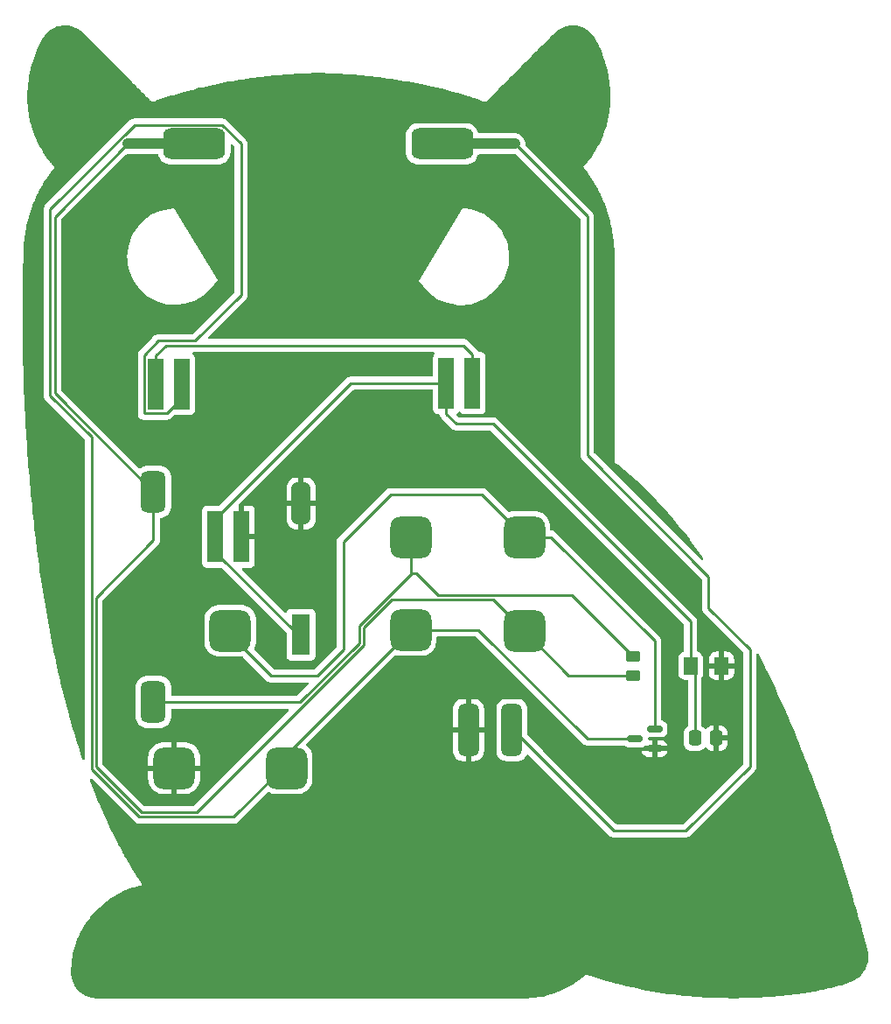
<source format=gbr>
%TF.GenerationSoftware,KiCad,Pcbnew,8.0.7-1.fc40*%
%TF.CreationDate,2025-01-06T11:16:26+01:00*%
%TF.ProjectId,owlThief,6f776c54-6869-4656-962e-6b696361645f,rev?*%
%TF.SameCoordinates,Original*%
%TF.FileFunction,Copper,L2,Bot*%
%TF.FilePolarity,Positive*%
%FSLAX46Y46*%
G04 Gerber Fmt 4.6, Leading zero omitted, Abs format (unit mm)*
G04 Created by KiCad (PCBNEW 8.0.7-1.fc40) date 2025-01-06 11:16:26*
%MOMM*%
%LPD*%
G01*
G04 APERTURE LIST*
G04 Aperture macros list*
%AMRoundRect*
0 Rectangle with rounded corners*
0 $1 Rounding radius*
0 $2 $3 $4 $5 $6 $7 $8 $9 X,Y pos of 4 corners*
0 Add a 4 corners polygon primitive as box body*
4,1,4,$2,$3,$4,$5,$6,$7,$8,$9,$2,$3,0*
0 Add four circle primitives for the rounded corners*
1,1,$1+$1,$2,$3*
1,1,$1+$1,$4,$5*
1,1,$1+$1,$6,$7*
1,1,$1+$1,$8,$9*
0 Add four rect primitives between the rounded corners*
20,1,$1+$1,$2,$3,$4,$5,0*
20,1,$1+$1,$4,$5,$6,$7,0*
20,1,$1+$1,$6,$7,$8,$9,0*
20,1,$1+$1,$8,$9,$2,$3,0*%
G04 Aperture macros list end*
%TA.AperFunction,SMDPad,CuDef*%
%ADD10R,1.524000X5.000000*%
%TD*%
%TA.AperFunction,SMDPad,CuDef*%
%ADD11R,1.800000X4.000000*%
%TD*%
%TA.AperFunction,SMDPad,CuDef*%
%ADD12RoundRect,0.450000X0.450000X-1.550000X0.450000X1.550000X-0.450000X1.550000X-0.450000X-1.550000X0*%
%TD*%
%TA.AperFunction,SMDPad,CuDef*%
%ADD13RoundRect,1.000000X1.000000X1.000000X-1.000000X1.000000X-1.000000X-1.000000X1.000000X-1.000000X0*%
%TD*%
%TA.AperFunction,SMDPad,CuDef*%
%ADD14RoundRect,0.600000X-0.600000X1.400000X-0.600000X-1.400000X0.600000X-1.400000X0.600000X1.400000X0*%
%TD*%
%TA.AperFunction,ConnectorPad*%
%ADD15RoundRect,0.600000X-0.600000X1.400000X-0.600000X-1.400000X0.600000X-1.400000X0.600000X1.400000X0*%
%TD*%
%TA.AperFunction,SMDPad,CuDef*%
%ADD16RoundRect,0.250000X-0.337500X-0.475000X0.337500X-0.475000X0.337500X0.475000X-0.337500X0.475000X0*%
%TD*%
%TA.AperFunction,SMDPad,CuDef*%
%ADD17RoundRect,0.500000X-0.500000X-2.000000X0.500000X-2.000000X0.500000X2.000000X-0.500000X2.000000X0*%
%TD*%
%TA.AperFunction,SMDPad,CuDef*%
%ADD18RoundRect,0.250000X-0.462500X-0.625000X0.462500X-0.625000X0.462500X0.625000X-0.462500X0.625000X0*%
%TD*%
%TA.AperFunction,SMDPad,CuDef*%
%ADD19RoundRect,0.249999X0.450001X-0.262501X0.450001X0.262501X-0.450001X0.262501X-0.450001X-0.262501X0*%
%TD*%
%TA.AperFunction,SMDPad,CuDef*%
%ADD20RoundRect,0.750000X-2.250000X-0.750000X2.250000X-0.750000X2.250000X0.750000X-2.250000X0.750000X0*%
%TD*%
%TA.AperFunction,SMDPad,CuDef*%
%ADD21RoundRect,0.150000X0.587500X0.150000X-0.587500X0.150000X-0.587500X-0.150000X0.587500X-0.150000X0*%
%TD*%
%TA.AperFunction,Conductor*%
%ADD22C,0.250000*%
%TD*%
%TA.AperFunction,Conductor*%
%ADD23C,1.000000*%
%TD*%
G04 APERTURE END LIST*
D10*
%TO.P,C1,1*%
%TO.N,Net-(D2-K)*%
X202000000Y-79000000D03*
%TO.P,C1,2*%
%TO.N,GND*%
X204540000Y-79000000D03*
%TD*%
%TO.P,D1,1,K*%
%TO.N,Net-(D1-K)*%
X196200000Y-64250000D03*
%TO.P,D1,2,A*%
%TO.N,Net-(D1-A)*%
X198740000Y-64250000D03*
%TD*%
%TO.P,D2,1,K*%
%TO.N,Net-(D2-K)*%
X224360000Y-64150000D03*
%TO.P,D2,2,A*%
%TO.N,Net-(D1-K)*%
X226900000Y-64150000D03*
%TD*%
D11*
%TO.P,D3,1,K*%
%TO.N,Net-(D2-K)*%
X210300000Y-88500000D03*
D12*
%TO.P,D3,2,A*%
%TO.N,GND*%
X210300000Y-75800000D03*
%TD*%
D13*
%TO.P,Q1,1,C*%
%TO.N,Net-(D1-A)*%
X208900000Y-101400000D03*
%TO.P,Q1,2,B*%
%TO.N,Net-(Q1-B)*%
X203430000Y-88100000D03*
%TO.P,Q1,3,E*%
%TO.N,GND*%
X198000000Y-101400000D03*
%TD*%
%TO.P,T1,1,AA*%
%TO.N,Net-(Q1-B)*%
X231902000Y-79038000D03*
%TO.P,T1,2,AB*%
%TO.N,VCC*%
X231902000Y-88138000D03*
%TO.P,T1,3,SA*%
%TO.N,Net-(D1-A)*%
X220902000Y-88038000D03*
%TO.P,T1,4,SB*%
%TO.N,Net-(T1-SB)*%
X220902000Y-79038000D03*
%TD*%
D14*
%TO.P,R1,1*%
%TO.N,VCC*%
X196000000Y-74676000D03*
D15*
%TO.P,R1,2*%
%TO.N,Net-(T1-SB)*%
X196000000Y-94996000D03*
%TD*%
D16*
%TO.P,C_b1,1*%
%TO.N,Net-(D2-K)*%
X248425000Y-98500000D03*
%TO.P,C_b1,2*%
%TO.N,GND*%
X250500000Y-98500000D03*
%TD*%
D17*
%TO.P,BT1,1,+*%
%TO.N,+3V0*%
X230700000Y-97707500D03*
%TO.P,BT1,2,-*%
%TO.N,GND*%
X226500000Y-97707500D03*
%TD*%
D18*
%TO.P,D_b3,1,K*%
%TO.N,Net-(D2-K)*%
X248025000Y-91500000D03*
%TO.P,D_b3,2,A*%
%TO.N,GND*%
X251000000Y-91500000D03*
%TD*%
D19*
%TO.P,R_b1,1*%
%TO.N,VCC*%
X242412500Y-92412500D03*
%TO.P,R_b1,2*%
%TO.N,Net-(T1-SB)*%
X242412500Y-90587500D03*
%TD*%
D20*
%TO.P,SW1,1*%
%TO.N,VCC*%
X199950000Y-41000000D03*
%TO.P,SW1,2*%
%TO.N,+3V0*%
X223950000Y-41000000D03*
%TD*%
D21*
%TO.P,Q_b1,1,B*%
%TO.N,Net-(Q1-B)*%
X244523500Y-97602000D03*
%TO.P,Q_b1,2,E*%
%TO.N,GND*%
X244523500Y-99502000D03*
%TO.P,Q_b1,3,C*%
%TO.N,Net-(D1-A)*%
X242648500Y-98552000D03*
%TD*%
D22*
%TO.N,+3V0*%
X240550000Y-107450000D02*
X247550000Y-107450000D01*
X237998000Y-71120000D02*
X237998000Y-47998000D01*
X249748394Y-82870394D02*
X237998000Y-71120000D01*
X253746000Y-101254000D02*
X253746000Y-89921045D01*
X230750000Y-97650000D02*
X240550000Y-107450000D01*
X247550000Y-107450000D02*
X253746000Y-101254000D01*
X237998000Y-47998000D02*
X231000000Y-41000000D01*
D23*
X231000000Y-41000000D02*
X223950000Y-41000000D01*
D22*
X249748394Y-85923439D02*
X249748394Y-82870394D01*
X253746000Y-89921045D02*
X249748394Y-85923439D01*
%TO.N,Net-(D2-K)*%
X202000000Y-79000000D02*
X202000000Y-77262000D01*
X224360000Y-67134000D02*
X224360000Y-64150000D01*
X228854000Y-68072000D02*
X225298000Y-68072000D01*
X248025000Y-87243000D02*
X228854000Y-68072000D01*
X202000000Y-80500000D02*
X202000000Y-79000000D01*
X210300000Y-88500000D02*
X210000000Y-88500000D01*
X215112000Y-64150000D02*
X224360000Y-64150000D01*
X248425000Y-91900000D02*
X248025000Y-91500000D01*
X202000000Y-77262000D02*
X215112000Y-64150000D01*
X225298000Y-68072000D02*
X224360000Y-67134000D01*
X248025000Y-91500000D02*
X248025000Y-87243000D01*
X248425000Y-98500000D02*
X248425000Y-91900000D01*
X210000000Y-88500000D02*
X202000000Y-80500000D01*
%TO.N,Net-(D1-K)*%
X197200000Y-60500000D02*
X226000000Y-60500000D01*
X196200000Y-61500000D02*
X197200000Y-60500000D01*
X226900000Y-61400000D02*
X226900000Y-64150000D01*
X226000000Y-60500000D02*
X226900000Y-61400000D01*
X196200000Y-64250000D02*
X196200000Y-61500000D01*
%TO.N,Net-(D1-A)*%
X197287000Y-67075000D02*
X198740000Y-65622000D01*
X204470000Y-40999718D02*
X204470000Y-55626000D01*
X200046000Y-60050000D02*
X196488000Y-60050000D01*
X196488000Y-60050000D02*
X195113000Y-61425000D01*
X194631604Y-106114000D02*
X189992000Y-101474396D01*
X208900000Y-101000000D02*
X208900000Y-100040000D01*
X189992000Y-101474396D02*
X189992000Y-69342000D01*
X185986000Y-47347274D02*
X194158274Y-39175000D01*
X195113000Y-61425000D02*
X195113000Y-67075000D01*
X237998000Y-98552000D02*
X227484000Y-88038000D01*
X185986000Y-65336000D02*
X185986000Y-47347274D01*
X198740000Y-65622000D02*
X198740000Y-64250000D01*
X208900000Y-100040000D02*
X220902000Y-88038000D01*
X208900000Y-101000000D02*
X203786000Y-106114000D01*
X227484000Y-88038000D02*
X220902000Y-88038000D01*
X203786000Y-106114000D02*
X194631604Y-106114000D01*
X242648500Y-98552000D02*
X237998000Y-98552000D01*
X202645282Y-39175000D02*
X204470000Y-40999718D01*
X195113000Y-67075000D02*
X197287000Y-67075000D01*
X204470000Y-55626000D02*
X200046000Y-60050000D01*
X194158274Y-39175000D02*
X202645282Y-39175000D01*
X189992000Y-69342000D02*
X185986000Y-65336000D01*
%TO.N,Net-(Q1-B)*%
X234486000Y-79038000D02*
X231902000Y-79038000D01*
X207386000Y-92456000D02*
X203430000Y-88500000D01*
X227794000Y-74930000D02*
X218948000Y-74930000D01*
X231902000Y-79038000D02*
X227794000Y-74930000D01*
X211836000Y-92456000D02*
X207386000Y-92456000D01*
X218948000Y-74930000D02*
X214376000Y-79502000D01*
X214376000Y-79502000D02*
X214376000Y-89916000D01*
X234486000Y-79038000D02*
X244523500Y-89075500D01*
X214376000Y-89916000D02*
X211836000Y-92456000D01*
X244523500Y-89075500D02*
X244523500Y-97602000D01*
%TO.N,Net-(T1-SB)*%
X221483198Y-82545198D02*
X220984802Y-82545198D01*
X224028000Y-84653126D02*
X223591126Y-84653126D01*
X215900000Y-89279604D02*
X210183604Y-94996000D01*
X218440000Y-85090000D02*
X220902000Y-82628000D01*
X220902000Y-82628000D02*
X220902000Y-79038000D01*
X236478126Y-84653126D02*
X224028000Y-84653126D01*
X220984802Y-82545198D02*
X220902000Y-82628000D01*
X218440000Y-85090000D02*
X215900000Y-87630000D01*
X242412500Y-90587500D02*
X236478126Y-84653126D01*
X224028000Y-84653126D02*
X223845126Y-84653126D01*
X215900000Y-87630000D02*
X215900000Y-89279604D01*
X223591126Y-84653126D02*
X221483198Y-82545198D01*
X210183604Y-94996000D02*
X196000000Y-94996000D01*
%TO.N,VCC*%
X200152000Y-105664000D02*
X216350000Y-89466000D01*
X196000000Y-74676000D02*
X196000000Y-79336000D01*
X193500000Y-41000000D02*
X186436000Y-48064000D01*
X236176500Y-92412500D02*
X231902000Y-88138000D01*
X196000000Y-79336000D02*
X190442000Y-84894000D01*
X231000000Y-88000000D02*
X232000000Y-88000000D01*
X190442000Y-101288000D02*
X194818000Y-105664000D01*
X186436000Y-65112000D02*
X196000000Y-74676000D01*
X232000000Y-88000000D02*
X232000000Y-88533258D01*
X190442000Y-84894000D02*
X190442000Y-101288000D01*
X228867126Y-85103126D02*
X231902000Y-88138000D01*
X186436000Y-48064000D02*
X186436000Y-65112000D01*
D23*
X199950000Y-41000000D02*
X193500000Y-41000000D01*
D22*
X242412500Y-92412500D02*
X236176500Y-92412500D01*
X194818000Y-105664000D02*
X200152000Y-105664000D01*
X219063270Y-85103126D02*
X228867126Y-85103126D01*
X216350000Y-89466000D02*
X216350000Y-87816396D01*
X216350000Y-87816396D02*
X219063270Y-85103126D01*
%TD*%
%TA.AperFunction,Conductor*%
%TO.N,GND*%
G36*
X187614435Y-29549288D02*
G01*
X187625163Y-29550215D01*
X187841766Y-29578297D01*
X187852471Y-29580158D01*
X188065045Y-29626659D01*
X188075723Y-29629492D01*
X188282668Y-29694257D01*
X188293284Y-29698111D01*
X188487554Y-29778707D01*
X188492893Y-29780922D01*
X188503421Y-29785871D01*
X188694184Y-29886549D01*
X188704487Y-29892630D01*
X188884913Y-30011013D01*
X188894854Y-30018255D01*
X189061819Y-30152855D01*
X189063520Y-30154226D01*
X189072925Y-30162617D01*
X189277715Y-30364627D01*
X189277761Y-30364711D01*
X189277780Y-30364692D01*
X189490554Y-30574888D01*
X189490552Y-30574889D01*
X189490610Y-30574944D01*
X189702465Y-30784527D01*
X189702507Y-30784602D01*
X189702524Y-30784585D01*
X189915169Y-30995229D01*
X189915209Y-30995301D01*
X189915226Y-30995285D01*
X190127039Y-31205369D01*
X190127091Y-31205421D01*
X190339713Y-31416555D01*
X190339748Y-31416619D01*
X190339763Y-31416605D01*
X190551502Y-31627095D01*
X190551548Y-31627141D01*
X190763056Y-31837619D01*
X190763054Y-31837620D01*
X190763098Y-31837661D01*
X190970346Y-32044096D01*
X190975059Y-32048790D01*
X190975087Y-32048841D01*
X190975099Y-32048830D01*
X191188154Y-32261238D01*
X191188189Y-32261273D01*
X191398757Y-32471368D01*
X191398791Y-32471402D01*
X191610466Y-32682760D01*
X191610464Y-32682761D01*
X191610494Y-32682788D01*
X191821727Y-32893841D01*
X191821753Y-32893867D01*
X192034078Y-33106135D01*
X192034094Y-33106164D01*
X192034101Y-33106158D01*
X192244848Y-33316955D01*
X192244861Y-33316978D01*
X192244866Y-33316974D01*
X192455979Y-33528229D01*
X192455990Y-33528249D01*
X192455995Y-33528245D01*
X192670422Y-33742893D01*
X192670430Y-33742908D01*
X192670434Y-33742905D01*
X192882189Y-33954939D01*
X192882195Y-33954949D01*
X192882197Y-33954948D01*
X193087285Y-34160349D01*
X193087289Y-34160356D01*
X193087291Y-34160355D01*
X193305182Y-34378607D01*
X193305184Y-34378610D01*
X193305185Y-34378610D01*
X193468786Y-34542492D01*
X193494177Y-34567926D01*
X193494192Y-34567943D01*
X193561286Y-34635151D01*
X193674999Y-34749058D01*
X193699494Y-34773594D01*
X193699511Y-34773616D01*
X193709842Y-34783962D01*
X193722090Y-34796229D01*
X193722099Y-34796246D01*
X193722103Y-34796242D01*
X193738087Y-34812254D01*
X193738088Y-34812254D01*
X193745271Y-34819450D01*
X193745278Y-34819455D01*
X193912108Y-34986552D01*
X193912126Y-34986575D01*
X193921134Y-34995596D01*
X193921135Y-34995597D01*
X193934174Y-35008655D01*
X193934178Y-35008662D01*
X193934180Y-35008661D01*
X193934181Y-35008662D01*
X193942108Y-35016602D01*
X193959751Y-35034272D01*
X193959764Y-35034282D01*
X194123961Y-35198716D01*
X194123992Y-35198753D01*
X194132445Y-35207216D01*
X194132446Y-35207217D01*
X194146688Y-35221476D01*
X194146697Y-35221492D01*
X194146701Y-35221489D01*
X194172787Y-35247613D01*
X194172813Y-35247633D01*
X194336614Y-35411634D01*
X194336642Y-35411666D01*
X194343782Y-35418813D01*
X194343783Y-35418814D01*
X194354191Y-35429232D01*
X194354198Y-35429244D01*
X194354201Y-35429242D01*
X194354202Y-35429243D01*
X194360681Y-35435730D01*
X194380207Y-35455278D01*
X194380244Y-35455308D01*
X194440838Y-35515956D01*
X194546110Y-35621322D01*
X194546155Y-35621377D01*
X194555155Y-35630381D01*
X194568922Y-35644155D01*
X194583402Y-35658648D01*
X194593748Y-35669003D01*
X194593789Y-35669035D01*
X194758556Y-35833887D01*
X194758602Y-35833942D01*
X194766568Y-35841908D01*
X194766569Y-35841909D01*
X194780197Y-35855537D01*
X194780214Y-35855569D01*
X194780222Y-35855562D01*
X194780223Y-35855563D01*
X194790406Y-35865752D01*
X194804539Y-35879892D01*
X194804596Y-35879938D01*
X194970139Y-36045488D01*
X194970204Y-36045565D01*
X194991477Y-36066827D01*
X194991491Y-36066840D01*
X195006288Y-36081638D01*
X195006289Y-36081638D01*
X195015583Y-36090933D01*
X195015648Y-36090986D01*
X195181200Y-36256456D01*
X195181267Y-36256537D01*
X195204291Y-36279536D01*
X195204317Y-36279562D01*
X195227644Y-36302877D01*
X195227717Y-36302935D01*
X195392462Y-36467498D01*
X195392541Y-36467594D01*
X195401137Y-36476174D01*
X195401138Y-36476175D01*
X195416696Y-36491705D01*
X195416719Y-36491747D01*
X195416729Y-36491738D01*
X195437829Y-36512815D01*
X195437906Y-36512878D01*
X195604556Y-36679229D01*
X195604633Y-36679321D01*
X195612796Y-36687464D01*
X195612797Y-36687465D01*
X195626280Y-36700914D01*
X195626428Y-36701062D01*
X195626456Y-36701090D01*
X195650251Y-36724841D01*
X195650341Y-36724914D01*
X195718312Y-36792711D01*
X195835334Y-36909435D01*
X195838958Y-36913204D01*
X195849316Y-36924434D01*
X195849318Y-36924435D01*
X195849630Y-36924773D01*
X195852393Y-36926699D01*
X195852818Y-36926874D01*
X195852820Y-36926876D01*
X195866955Y-36932709D01*
X195871742Y-36934803D01*
X195885605Y-36941214D01*
X195885606Y-36941214D01*
X195886019Y-36941405D01*
X195889323Y-36942129D01*
X195889776Y-36942128D01*
X195889778Y-36942129D01*
X195905054Y-36942108D01*
X195910268Y-36942210D01*
X195925554Y-36942829D01*
X195925557Y-36942827D01*
X195926005Y-36942846D01*
X195929339Y-36942251D01*
X195929757Y-36942077D01*
X195929759Y-36942077D01*
X195943864Y-36936212D01*
X195948689Y-36934322D01*
X196112042Y-36874270D01*
X196112720Y-36874023D01*
X196364448Y-36783506D01*
X196365228Y-36783229D01*
X196617697Y-36694808D01*
X196618326Y-36694591D01*
X196871644Y-36608163D01*
X196872394Y-36607910D01*
X197126378Y-36523471D01*
X197126938Y-36523287D01*
X197381340Y-36440851D01*
X197382133Y-36440596D01*
X197637533Y-36359909D01*
X197638173Y-36359709D01*
X197894058Y-36280869D01*
X197894348Y-36280780D01*
X198151195Y-36203576D01*
X198151337Y-36203534D01*
X198408948Y-36127967D01*
X198409140Y-36127912D01*
X198666440Y-36054228D01*
X198667452Y-36053944D01*
X199016639Y-35957834D01*
X199017129Y-35957701D01*
X199367036Y-35864274D01*
X199367880Y-35864052D01*
X199718533Y-35773276D01*
X199719367Y-35773063D01*
X200070657Y-35684943D01*
X200071542Y-35684726D01*
X200423419Y-35599251D01*
X200424119Y-35599083D01*
X200777044Y-35516122D01*
X200777527Y-35516011D01*
X201130809Y-35435703D01*
X201131451Y-35435559D01*
X201485607Y-35357766D01*
X201485862Y-35357711D01*
X201840489Y-35282499D01*
X201841213Y-35282348D01*
X202196238Y-35209709D01*
X202196751Y-35209607D01*
X202552203Y-35139510D01*
X202552976Y-35139360D01*
X202909238Y-35071708D01*
X202909461Y-35071667D01*
X203266164Y-35006512D01*
X203266605Y-35006433D01*
X203623823Y-34943738D01*
X203624298Y-34943657D01*
X203981980Y-34883411D01*
X203982563Y-34883315D01*
X204340292Y-34825563D01*
X204340744Y-34825491D01*
X204698981Y-34770136D01*
X204699779Y-34770015D01*
X205058407Y-34717054D01*
X205058833Y-34716992D01*
X205418016Y-34666381D01*
X205418836Y-34666270D01*
X205778044Y-34618060D01*
X205778311Y-34618025D01*
X206138123Y-34572120D01*
X206138813Y-34572035D01*
X206498861Y-34528461D01*
X206498999Y-34528445D01*
X206859668Y-34487135D01*
X206860043Y-34487093D01*
X207220860Y-34448085D01*
X207221045Y-34448066D01*
X207581809Y-34411359D01*
X207582573Y-34411283D01*
X207943612Y-34376819D01*
X207944149Y-34376770D01*
X208305272Y-34344548D01*
X208305679Y-34344513D01*
X208666951Y-34314505D01*
X208667619Y-34314451D01*
X209029498Y-34286602D01*
X209029650Y-34286591D01*
X209391267Y-34260950D01*
X209391916Y-34260906D01*
X209753913Y-34237405D01*
X209754101Y-34237393D01*
X210084422Y-34217908D01*
X210084760Y-34217922D01*
X210096855Y-34217195D01*
X210096857Y-34217196D01*
X210116839Y-34215995D01*
X210116982Y-34216028D01*
X210116980Y-34215987D01*
X210116982Y-34215987D01*
X210136664Y-34214827D01*
X210136665Y-34214826D01*
X210149402Y-34214075D01*
X210149730Y-34214021D01*
X210453362Y-34195796D01*
X210454817Y-34195718D01*
X210790231Y-34179934D01*
X210791482Y-34179883D01*
X211127215Y-34168269D01*
X211128465Y-34168233D01*
X211464227Y-34160640D01*
X211465480Y-34160619D01*
X211801359Y-34156882D01*
X211802413Y-34156875D01*
X212138497Y-34156832D01*
X212139792Y-34156838D01*
X212475888Y-34160330D01*
X212476787Y-34160344D01*
X212813143Y-34167216D01*
X212814255Y-34167244D01*
X213150417Y-34177324D01*
X213151419Y-34177358D01*
X213487783Y-34190499D01*
X213488693Y-34190539D01*
X213825037Y-34206574D01*
X213825745Y-34206611D01*
X214162110Y-34225383D01*
X214162891Y-34225429D01*
X214499218Y-34246774D01*
X214499631Y-34246801D01*
X214836107Y-34270575D01*
X214836656Y-34270615D01*
X215172844Y-34296627D01*
X215173325Y-34296666D01*
X215509495Y-34324776D01*
X215509701Y-34324794D01*
X215910574Y-34360708D01*
X215910697Y-34360720D01*
X216311374Y-34399003D01*
X216311990Y-34399064D01*
X216712051Y-34439733D01*
X216712776Y-34439809D01*
X216992592Y-34470010D01*
X217112689Y-34482972D01*
X217113484Y-34483060D01*
X217513516Y-34528807D01*
X217514011Y-34528865D01*
X217913512Y-34577185D01*
X217913881Y-34577230D01*
X218313485Y-34628263D01*
X218314012Y-34628332D01*
X218712956Y-34682042D01*
X218713461Y-34682112D01*
X219112099Y-34738608D01*
X219112715Y-34738697D01*
X219510791Y-34798005D01*
X219511544Y-34798120D01*
X219909214Y-34860325D01*
X219909656Y-34860396D01*
X220306875Y-34925555D01*
X220307489Y-34925658D01*
X220703950Y-34993784D01*
X220704852Y-34993943D01*
X221100637Y-35065112D01*
X221101532Y-35065277D01*
X221496697Y-35139560D01*
X221497360Y-35139687D01*
X221891963Y-35217164D01*
X221892946Y-35217361D01*
X221983960Y-35236008D01*
X222286543Y-35298003D01*
X222287456Y-35298194D01*
X222680689Y-35382201D01*
X222681442Y-35382366D01*
X223008278Y-35455115D01*
X223073606Y-35469656D01*
X223074675Y-35469899D01*
X223465918Y-35560563D01*
X223466834Y-35560779D01*
X223857340Y-35654929D01*
X223858384Y-35655186D01*
X224247807Y-35752805D01*
X224248916Y-35753087D01*
X224637582Y-35854323D01*
X224638464Y-35854557D01*
X225026063Y-35959396D01*
X225026943Y-35959639D01*
X225413641Y-36068193D01*
X225414671Y-36068488D01*
X225800101Y-36180725D01*
X225801100Y-36181022D01*
X226047418Y-36255388D01*
X226185368Y-36297037D01*
X226186573Y-36297407D01*
X226569560Y-36417229D01*
X226570756Y-36417609D01*
X226859890Y-36511310D01*
X226952672Y-36541378D01*
X226953891Y-36541780D01*
X227080241Y-36584174D01*
X227334473Y-36669475D01*
X227335725Y-36669902D01*
X227407176Y-36694713D01*
X227715057Y-36801623D01*
X227716227Y-36802036D01*
X227911936Y-36872341D01*
X228090337Y-36936428D01*
X228095932Y-36938590D01*
X228104482Y-36942129D01*
X228109412Y-36944170D01*
X228109961Y-36944397D01*
X228113643Y-36945038D01*
X228114228Y-36945010D01*
X228114231Y-36945011D01*
X228128828Y-36944312D01*
X228134787Y-36944169D01*
X228149403Y-36944167D01*
X228149405Y-36944166D01*
X228149994Y-36944166D01*
X228153630Y-36943352D01*
X228154164Y-36943100D01*
X228154167Y-36943100D01*
X228167409Y-36936856D01*
X228172836Y-36934455D01*
X228186338Y-36928860D01*
X228186338Y-36928859D01*
X228186880Y-36928635D01*
X228189936Y-36926484D01*
X228190328Y-36926052D01*
X228190331Y-36926051D01*
X228200153Y-36915240D01*
X228204265Y-36910924D01*
X228405668Y-36709449D01*
X228615887Y-36499159D01*
X228615887Y-36499158D01*
X228788823Y-36326167D01*
X228995871Y-36119058D01*
X229217816Y-35897058D01*
X229217816Y-35897057D01*
X229390192Y-35724642D01*
X229390193Y-35724642D01*
X229600773Y-35514021D01*
X229808344Y-35306420D01*
X230014855Y-35099887D01*
X230209514Y-34905217D01*
X230407697Y-34707031D01*
X230619846Y-34494890D01*
X230693513Y-34421230D01*
X230843142Y-34271616D01*
X230843145Y-34271613D01*
X230845751Y-34269008D01*
X231011844Y-34102941D01*
X231199143Y-33915680D01*
X231412206Y-33702676D01*
X231604241Y-33510707D01*
X231810668Y-33304364D01*
X232021467Y-33093666D01*
X232220452Y-32894792D01*
X232418605Y-32696766D01*
X232620675Y-32494840D01*
X232826109Y-32289573D01*
X233014097Y-32101750D01*
X233224001Y-31892052D01*
X233416143Y-31700116D01*
X233623487Y-31493012D01*
X233830116Y-31286648D01*
X234016901Y-31100118D01*
X234227169Y-30890160D01*
X234398232Y-30719367D01*
X234429097Y-30688551D01*
X234429102Y-30688546D01*
X234461582Y-30656121D01*
X234601216Y-30516722D01*
X234606632Y-30512176D01*
X234611073Y-30507522D01*
X234611076Y-30507521D01*
X234623010Y-30495015D01*
X234625070Y-30492908D01*
X234637330Y-30480671D01*
X234637330Y-30480669D01*
X234641889Y-30476119D01*
X234646315Y-30470598D01*
X234792519Y-30317416D01*
X234799503Y-30310647D01*
X234973870Y-30154277D01*
X234981653Y-30147843D01*
X235167435Y-30006472D01*
X235176121Y-30000425D01*
X235371961Y-29875997D01*
X235381693Y-29870405D01*
X235586362Y-29764682D01*
X235597197Y-29759721D01*
X235678770Y-29726935D01*
X235809489Y-29674395D01*
X235821431Y-29670278D01*
X236040325Y-29606926D01*
X236053328Y-29603900D01*
X236281803Y-29563381D01*
X236291302Y-29562069D01*
X236456987Y-29545607D01*
X236468951Y-29544992D01*
X236723366Y-29544038D01*
X236737308Y-29544759D01*
X236988341Y-29571763D01*
X237001691Y-29573929D01*
X237248897Y-29627847D01*
X237261663Y-29631345D01*
X237502227Y-29711053D01*
X237514420Y-29715809D01*
X237745600Y-29820123D01*
X237757218Y-29826109D01*
X237976196Y-29953720D01*
X237987241Y-29960957D01*
X238191313Y-30110529D01*
X238201742Y-30119066D01*
X238388270Y-30289215D01*
X238397988Y-30299114D01*
X238564398Y-30488413D01*
X238573247Y-30499718D01*
X238717947Y-30708023D01*
X238724968Y-30719367D01*
X238820706Y-30894114D01*
X238821708Y-30895982D01*
X238902183Y-31049110D01*
X238919050Y-31081205D01*
X238920049Y-31083147D01*
X239014269Y-31270235D01*
X239015233Y-31272192D01*
X239106155Y-31460791D01*
X239107085Y-31462762D01*
X239143436Y-31541624D01*
X239156460Y-31569879D01*
X239194812Y-31653080D01*
X239195707Y-31655069D01*
X239280089Y-31846793D01*
X239280951Y-31848797D01*
X239362052Y-32042074D01*
X239362880Y-32044096D01*
X239440622Y-32238759D01*
X239441414Y-32240794D01*
X239515745Y-32436711D01*
X239516504Y-32438766D01*
X239587465Y-32636076D01*
X239588190Y-32638147D01*
X239655661Y-32836537D01*
X239656351Y-32838625D01*
X239720382Y-33038263D01*
X239721037Y-33040370D01*
X239737108Y-33093669D01*
X239770663Y-33204951D01*
X239781544Y-33241035D01*
X239782129Y-33243038D01*
X239829929Y-33412257D01*
X239839131Y-33444833D01*
X239839715Y-33446975D01*
X239893117Y-33649616D01*
X239893666Y-33651777D01*
X239943442Y-33855198D01*
X239943955Y-33857378D01*
X239990131Y-34061758D01*
X239990607Y-34063956D01*
X240033104Y-34269008D01*
X240033543Y-34271226D01*
X240072342Y-34476946D01*
X240072743Y-34479183D01*
X240107826Y-34685571D01*
X240108189Y-34687826D01*
X240139523Y-34894808D01*
X240139846Y-34897084D01*
X240167383Y-35104483D01*
X240167666Y-35106777D01*
X240191385Y-35314570D01*
X240191628Y-35316884D01*
X240211510Y-35525122D01*
X240211711Y-35527456D01*
X240227714Y-35735975D01*
X240227872Y-35738327D01*
X240239967Y-35947039D01*
X240240082Y-35949412D01*
X240248241Y-36158315D01*
X240248312Y-36160704D01*
X240252508Y-36369785D01*
X240252533Y-36372194D01*
X240252731Y-36581234D01*
X240252710Y-36583660D01*
X240248882Y-36792711D01*
X240248813Y-36795154D01*
X240240932Y-37004058D01*
X240240816Y-37006519D01*
X240228848Y-37215305D01*
X240228677Y-37217835D01*
X240212887Y-37421460D01*
X240212636Y-37424279D01*
X240192325Y-37627024D01*
X240192014Y-37629815D01*
X240167198Y-37831982D01*
X240166829Y-37834742D01*
X240137541Y-38036381D01*
X240137113Y-38039114D01*
X240103438Y-38239874D01*
X240102955Y-38242575D01*
X240064910Y-38442587D01*
X240064372Y-38445256D01*
X240022007Y-38644434D01*
X240021416Y-38647071D01*
X239974807Y-38845214D01*
X239974165Y-38847821D01*
X239923323Y-39045010D01*
X239922630Y-39047585D01*
X239867625Y-39243661D01*
X239866883Y-39246203D01*
X239807734Y-39441195D01*
X239806943Y-39443706D01*
X239743747Y-39637379D01*
X239742910Y-39639856D01*
X239675716Y-39832155D01*
X239674833Y-39834603D01*
X239603614Y-40025653D01*
X239602685Y-40028068D01*
X239527564Y-40217600D01*
X239526591Y-40219983D01*
X239447616Y-40407938D01*
X239446599Y-40410292D01*
X239363757Y-40596730D01*
X239362697Y-40599052D01*
X239276110Y-40783743D01*
X239275008Y-40786034D01*
X239184674Y-40969020D01*
X239183528Y-40971283D01*
X239089479Y-41152509D01*
X239088292Y-41154740D01*
X238990700Y-41333910D01*
X238989472Y-41336112D01*
X238888266Y-41513379D01*
X238886997Y-41515552D01*
X238782240Y-41690815D01*
X238780928Y-41692960D01*
X238672679Y-41866122D01*
X238671328Y-41868236D01*
X238559716Y-42039111D01*
X238558323Y-42041199D01*
X238443310Y-42209844D01*
X238441876Y-42211903D01*
X238323478Y-42378295D01*
X238322001Y-42380327D01*
X238200395Y-42544209D01*
X238198879Y-42546210D01*
X238074005Y-42707673D01*
X238072478Y-42709606D01*
X238064113Y-42719988D01*
X237944465Y-42868463D01*
X237942865Y-42870408D01*
X237811710Y-43026664D01*
X237810064Y-43028585D01*
X237688573Y-43167563D01*
X237673484Y-43181826D01*
X237670399Y-43185396D01*
X237662746Y-43196179D01*
X237660406Y-43200246D01*
X237653220Y-43216295D01*
X237651739Y-43220767D01*
X237648789Y-43233684D01*
X237648184Y-43238332D01*
X237647688Y-43255905D01*
X237648031Y-43260605D01*
X237650243Y-43273631D01*
X237651469Y-43278179D01*
X237657735Y-43294604D01*
X237659850Y-43298814D01*
X237666884Y-43310013D01*
X237669763Y-43313753D01*
X237684028Y-43328846D01*
X237838595Y-43527239D01*
X237840131Y-43529253D01*
X238002171Y-43746280D01*
X238003688Y-43748356D01*
X238161191Y-43968541D01*
X238162660Y-43970639D01*
X238315715Y-44194069D01*
X238317134Y-44196186D01*
X238443040Y-44388203D01*
X238465612Y-44422626D01*
X238466973Y-44424747D01*
X238610908Y-44654211D01*
X238612230Y-44656366D01*
X238751543Y-44888690D01*
X238752817Y-44890865D01*
X238887435Y-45125894D01*
X238888662Y-45128086D01*
X239018562Y-45365741D01*
X239019742Y-45367951D01*
X239144939Y-45608236D01*
X239146072Y-45610464D01*
X239266478Y-45853183D01*
X239267564Y-45855429D01*
X239383120Y-46100440D01*
X239384161Y-46102704D01*
X239494895Y-46350052D01*
X239495886Y-46352327D01*
X239577083Y-46543747D01*
X239601704Y-46601789D01*
X239602647Y-46604075D01*
X239629931Y-46672100D01*
X239703526Y-46855586D01*
X239704429Y-46857903D01*
X239800316Y-47111334D01*
X239801172Y-47113667D01*
X239892037Y-47368926D01*
X239892849Y-47371278D01*
X239978669Y-47628318D01*
X239979434Y-47630687D01*
X240060142Y-47889318D01*
X240060861Y-47891705D01*
X240136443Y-48151909D01*
X240137116Y-48154315D01*
X240207514Y-48415926D01*
X240208140Y-48418349D01*
X240273311Y-48681242D01*
X240273891Y-48683684D01*
X240333818Y-48947840D01*
X240334350Y-48950299D01*
X240388988Y-49215588D01*
X240389472Y-49218066D01*
X240438767Y-49484315D01*
X240439204Y-49486812D01*
X240483145Y-49754070D01*
X240483532Y-49756586D01*
X240522061Y-50024646D01*
X240522399Y-50027179D01*
X240555473Y-50295873D01*
X240555761Y-50298424D01*
X240583356Y-50567773D01*
X240583593Y-50570344D01*
X240605671Y-50840274D01*
X240605855Y-50842861D01*
X240622363Y-51113049D01*
X240622496Y-51115654D01*
X240633332Y-51384229D01*
X240633434Y-51389097D01*
X240634487Y-52018585D01*
X240634487Y-52018606D01*
X240635450Y-52658308D01*
X240635450Y-52658328D01*
X240636307Y-53293201D01*
X240636307Y-53293220D01*
X240637071Y-53931380D01*
X240637071Y-53931398D01*
X240637742Y-54566245D01*
X240637742Y-54566262D01*
X240638331Y-55206419D01*
X240638331Y-55206435D01*
X240638832Y-55835889D01*
X240638832Y-55835903D01*
X240639265Y-56473703D01*
X240639265Y-56473718D01*
X240639629Y-57119195D01*
X240639629Y-57119207D01*
X240639925Y-57756312D01*
X240639925Y-57756325D01*
X240640156Y-58386650D01*
X240640156Y-58386660D01*
X240640336Y-59019443D01*
X240640336Y-59019454D01*
X240640464Y-59654969D01*
X240640464Y-59654977D01*
X240640549Y-60296080D01*
X240640549Y-60296088D01*
X240640592Y-60932929D01*
X240640592Y-60932937D01*
X240640599Y-61580480D01*
X240640599Y-61580485D01*
X240640577Y-62223576D01*
X240640577Y-62223582D01*
X240640528Y-62853790D01*
X240640528Y-62853793D01*
X240640461Y-63488634D01*
X240640461Y-63488638D01*
X240640376Y-64135539D01*
X240640376Y-64135540D01*
X240640289Y-64732110D01*
X240640289Y-64732112D01*
X240640190Y-65368668D01*
X240640091Y-66005226D01*
X240639991Y-66681767D01*
X240639906Y-67318326D01*
X240639838Y-67954882D01*
X240639787Y-68601581D01*
X240639788Y-68601600D01*
X240639765Y-69188017D01*
X240639765Y-69200603D01*
X240639764Y-69238140D01*
X240639765Y-69238153D01*
X240639769Y-69824569D01*
X240639770Y-69834072D01*
X240639770Y-69874690D01*
X240639771Y-69874711D01*
X240639807Y-70453396D01*
X240639806Y-70453417D01*
X240639809Y-70484477D01*
X240639813Y-70515776D01*
X240639813Y-70515779D01*
X240639886Y-71091458D01*
X240639885Y-71091483D01*
X240639891Y-71124706D01*
X240639891Y-71124710D01*
X240639893Y-71137662D01*
X240640008Y-71725269D01*
X240638654Y-71735884D01*
X240638934Y-71735901D01*
X240638217Y-71748293D01*
X240638812Y-71752563D01*
X240640018Y-71769922D01*
X240640019Y-71774227D01*
X240641405Y-71781188D01*
X240643738Y-71787894D01*
X240645919Y-71791606D01*
X240653673Y-71807175D01*
X240655324Y-71811157D01*
X240655326Y-71811161D01*
X240655328Y-71811163D01*
X240659268Y-71817058D01*
X240663992Y-71822362D01*
X240667422Y-71824953D01*
X240680554Y-71836378D01*
X240683603Y-71839426D01*
X240683605Y-71839427D01*
X240693922Y-71846317D01*
X240693765Y-71846551D01*
X240703058Y-71851869D01*
X240991125Y-72069449D01*
X240992486Y-72070492D01*
X241299284Y-72308845D01*
X241300584Y-72309868D01*
X241468797Y-72444220D01*
X241604142Y-72552321D01*
X241605443Y-72553375D01*
X241905781Y-72799864D01*
X241906951Y-72800837D01*
X242204008Y-73051231D01*
X242205228Y-73052273D01*
X242494008Y-73302163D01*
X242499000Y-73306482D01*
X242500183Y-73307519D01*
X242637570Y-73429516D01*
X242790740Y-73565527D01*
X242791925Y-73566593D01*
X243079348Y-73828395D01*
X243080505Y-73829462D01*
X243364432Y-74094643D01*
X243365550Y-74095699D01*
X243646476Y-74364640D01*
X243647456Y-74365591D01*
X243721195Y-74437926D01*
X243924953Y-74637806D01*
X243925988Y-74638832D01*
X244200396Y-74914572D01*
X244201317Y-74915510D01*
X244472382Y-75194442D01*
X244473406Y-75195509D01*
X244741085Y-75477507D01*
X244742085Y-75478572D01*
X245006538Y-75763719D01*
X245007513Y-75764782D01*
X245268889Y-76053165D01*
X245269638Y-76054000D01*
X245440934Y-76246492D01*
X245545395Y-76363878D01*
X245546185Y-76364775D01*
X245819017Y-76677288D01*
X245819786Y-76678176D01*
X246089516Y-76993011D01*
X246090263Y-76993891D01*
X246357213Y-77311321D01*
X246357938Y-77312192D01*
X246504543Y-77489738D01*
X246585479Y-77587756D01*
X246621862Y-77631817D01*
X246622548Y-77632655D01*
X246778829Y-77825362D01*
X246883706Y-77954683D01*
X246884342Y-77955475D01*
X247142809Y-78279891D01*
X247143218Y-78280409D01*
X247399004Y-78607124D01*
X247399566Y-78607848D01*
X247652519Y-78936555D01*
X247653143Y-78937374D01*
X247903253Y-79267940D01*
X247903859Y-79268747D01*
X247923637Y-79295327D01*
X248151523Y-79601588D01*
X248151985Y-79602213D01*
X248259044Y-79748473D01*
X248397071Y-79937040D01*
X248397609Y-79937780D01*
X248640208Y-80274607D01*
X248640524Y-80275049D01*
X248660831Y-80303694D01*
X248880546Y-80613630D01*
X248881079Y-80614387D01*
X249118692Y-80954848D01*
X249119207Y-80955592D01*
X249199021Y-81071719D01*
X249221122Y-81139188D01*
X249203237Y-81207895D01*
X249151046Y-81256026D01*
X249081119Y-81268300D01*
X249015656Y-81240819D01*
X249006087Y-81232182D01*
X238668405Y-70894500D01*
X238634379Y-70832188D01*
X238631500Y-70805405D01*
X238631500Y-47935607D01*
X238631499Y-47935603D01*
X238607155Y-47813215D01*
X238579456Y-47746343D01*
X238559401Y-47697925D01*
X238490072Y-47594167D01*
X235250432Y-44354527D01*
X232045405Y-41149500D01*
X232011379Y-41087188D01*
X232008500Y-41060405D01*
X232008500Y-40900672D01*
X232008499Y-40900668D01*
X231969744Y-40705831D01*
X231893721Y-40522296D01*
X231783353Y-40357119D01*
X231642881Y-40216647D01*
X231477704Y-40106279D01*
X231308814Y-40036322D01*
X231294174Y-40030258D01*
X231294169Y-40030256D01*
X231099331Y-39991500D01*
X231099329Y-39991500D01*
X227530891Y-39991500D01*
X227462770Y-39971498D01*
X227416277Y-39917842D01*
X227408711Y-39896292D01*
X227392679Y-39832664D01*
X227298994Y-39626409D01*
X227298993Y-39626408D01*
X227298990Y-39626402D01*
X227169988Y-39440200D01*
X227169984Y-39440195D01*
X227009804Y-39280015D01*
X227009799Y-39280011D01*
X226823597Y-39151009D01*
X226823588Y-39151004D01*
X226617341Y-39057323D01*
X226617338Y-39057322D01*
X226617336Y-39057321D01*
X226397669Y-39001970D01*
X226264636Y-38991500D01*
X221635364Y-38991500D01*
X221502331Y-39001970D01*
X221502327Y-39001970D01*
X221502326Y-39001971D01*
X221282667Y-39057320D01*
X221282658Y-39057323D01*
X221076411Y-39151004D01*
X221076402Y-39151009D01*
X220890200Y-39280011D01*
X220890195Y-39280015D01*
X220730015Y-39440195D01*
X220730011Y-39440200D01*
X220601009Y-39626402D01*
X220601004Y-39626411D01*
X220507323Y-39832658D01*
X220507320Y-39832667D01*
X220458084Y-40028068D01*
X220451970Y-40052331D01*
X220441500Y-40185364D01*
X220441500Y-41814636D01*
X220451970Y-41947669D01*
X220451970Y-41947672D01*
X220451971Y-41947673D01*
X220507320Y-42167332D01*
X220507323Y-42167341D01*
X220601004Y-42373588D01*
X220601009Y-42373597D01*
X220730011Y-42559799D01*
X220730015Y-42559804D01*
X220890195Y-42719984D01*
X220890200Y-42719988D01*
X221076402Y-42848990D01*
X221076408Y-42848993D01*
X221076409Y-42848994D01*
X221282664Y-42942679D01*
X221502331Y-42998030D01*
X221635364Y-43008500D01*
X221635367Y-43008500D01*
X226264633Y-43008500D01*
X226264636Y-43008500D01*
X226397669Y-42998030D01*
X226617336Y-42942679D01*
X226823591Y-42848994D01*
X226867741Y-42818407D01*
X227009799Y-42719988D01*
X227009798Y-42719988D01*
X227009802Y-42719986D01*
X227169986Y-42559802D01*
X227280317Y-42400549D01*
X227298990Y-42373597D01*
X227298990Y-42373595D01*
X227298994Y-42373591D01*
X227392679Y-42167336D01*
X227408710Y-42103711D01*
X227444750Y-42042545D01*
X227508140Y-42010571D01*
X227530891Y-42008500D01*
X231060406Y-42008500D01*
X231128527Y-42028502D01*
X231149501Y-42045405D01*
X237327595Y-48223499D01*
X237361621Y-48285811D01*
X237364500Y-48312594D01*
X237364500Y-71057606D01*
X237364500Y-71182394D01*
X237388845Y-71304785D01*
X237436600Y-71420075D01*
X237505929Y-71523833D01*
X237505931Y-71523835D01*
X249077989Y-83095893D01*
X249112015Y-83158205D01*
X249114894Y-83184988D01*
X249114894Y-85861045D01*
X249114894Y-85985833D01*
X249139239Y-86108224D01*
X249186994Y-86223514D01*
X249256323Y-86327272D01*
X249256325Y-86327274D01*
X253075595Y-90146544D01*
X253109621Y-90208856D01*
X253112500Y-90235639D01*
X253112500Y-100939406D01*
X253092498Y-101007527D01*
X253075595Y-101028501D01*
X247324501Y-106779595D01*
X247262189Y-106813621D01*
X247235406Y-106816500D01*
X240864594Y-106816500D01*
X240796473Y-106796498D01*
X240775499Y-106779595D01*
X233751904Y-99756000D01*
X243281007Y-99756000D01*
X243327318Y-99915401D01*
X243411948Y-100058501D01*
X243411949Y-100058503D01*
X243529496Y-100176050D01*
X243529498Y-100176051D01*
X243672598Y-100260681D01*
X243832251Y-100307065D01*
X243832249Y-100307065D01*
X243869543Y-100309999D01*
X244269500Y-100309999D01*
X244777500Y-100309999D01*
X245177456Y-100309999D01*
X245214750Y-100307065D01*
X245374400Y-100260681D01*
X245517501Y-100176051D01*
X245517503Y-100176050D01*
X245635050Y-100058503D01*
X245635051Y-100058501D01*
X245719681Y-99915401D01*
X245765993Y-99756000D01*
X244777500Y-99756000D01*
X244777500Y-100309999D01*
X244269500Y-100309999D01*
X244269500Y-99756000D01*
X243281007Y-99756000D01*
X233751904Y-99756000D01*
X232245404Y-98249500D01*
X232211378Y-98187188D01*
X232208499Y-98160405D01*
X232208499Y-95657965D01*
X232208499Y-95657954D01*
X232205326Y-95625740D01*
X232193909Y-95509805D01*
X232193908Y-95509803D01*
X232193908Y-95509799D01*
X232136241Y-95319696D01*
X232042595Y-95144496D01*
X231916568Y-94990932D01*
X231763004Y-94864905D01*
X231587804Y-94771259D01*
X231397701Y-94713592D01*
X231397700Y-94713591D01*
X231397694Y-94713590D01*
X231268903Y-94700906D01*
X231249547Y-94699000D01*
X231249545Y-94699000D01*
X230150465Y-94699000D01*
X230150445Y-94699001D01*
X230002305Y-94713590D01*
X229812195Y-94771259D01*
X229636995Y-94864905D01*
X229483432Y-94990932D01*
X229357405Y-95144495D01*
X229263759Y-95319695D01*
X229206090Y-95509805D01*
X229191500Y-95657946D01*
X229191500Y-99757034D01*
X229191501Y-99757054D01*
X229206090Y-99905194D01*
X229206091Y-99905200D01*
X229206092Y-99905201D01*
X229263759Y-100095304D01*
X229357405Y-100270504D01*
X229483432Y-100424068D01*
X229636996Y-100550095D01*
X229812196Y-100643741D01*
X230002299Y-100701408D01*
X230002303Y-100701408D01*
X230002305Y-100701409D01*
X230042502Y-100705367D01*
X230150453Y-100716000D01*
X231249546Y-100715999D01*
X231309668Y-100710077D01*
X231397694Y-100701409D01*
X231397695Y-100701408D01*
X231397701Y-100701408D01*
X231587804Y-100643741D01*
X231763004Y-100550095D01*
X231916568Y-100424068D01*
X232042595Y-100270504D01*
X232112989Y-100138804D01*
X232162738Y-100088159D01*
X232231975Y-100072449D01*
X232298714Y-100096664D01*
X232313204Y-100109108D01*
X240146167Y-107942071D01*
X240249925Y-108011400D01*
X240365215Y-108059155D01*
X240487606Y-108083500D01*
X240487607Y-108083500D01*
X247612393Y-108083500D01*
X247612394Y-108083500D01*
X247734785Y-108059155D01*
X247850075Y-108011400D01*
X247953833Y-107942071D01*
X254238071Y-101657833D01*
X254307400Y-101554075D01*
X254355155Y-101438785D01*
X254379500Y-101316394D01*
X254379500Y-101191606D01*
X254379500Y-90426363D01*
X254399502Y-90358242D01*
X254453158Y-90311749D01*
X254523432Y-90301645D01*
X254588012Y-90331139D01*
X254618041Y-90369702D01*
X254710083Y-90552519D01*
X254710398Y-90553148D01*
X254967050Y-91070080D01*
X254967355Y-91070700D01*
X255220925Y-91588533D01*
X255221199Y-91589095D01*
X255333934Y-91822500D01*
X255472179Y-92108719D01*
X255472468Y-92109322D01*
X255720600Y-92630087D01*
X255720881Y-92630681D01*
X255966315Y-93152779D01*
X255966588Y-93153363D01*
X256209313Y-93676637D01*
X256209578Y-93677213D01*
X256449746Y-94201875D01*
X256450004Y-94202442D01*
X256687664Y-94728480D01*
X256687914Y-94729038D01*
X256922880Y-95255911D01*
X256923123Y-95256459D01*
X257155657Y-95784624D01*
X257155893Y-95785163D01*
X257386002Y-96314508D01*
X257386214Y-96314999D01*
X257477735Y-96528199D01*
X257613853Y-96845292D01*
X257614075Y-96845812D01*
X257839424Y-97377345D01*
X257839639Y-97377856D01*
X258062688Y-97910469D01*
X258062897Y-97910971D01*
X258283452Y-98444070D01*
X258283654Y-98444561D01*
X258502142Y-98979036D01*
X258502338Y-98979519D01*
X258718581Y-99514809D01*
X258718771Y-99515281D01*
X258801664Y-99722887D01*
X258932933Y-100051652D01*
X258941142Y-100072449D01*
X259144928Y-100588757D01*
X259145106Y-100589210D01*
X259355117Y-101127364D01*
X259355289Y-101127808D01*
X259387769Y-101211976D01*
X259559821Y-101657828D01*
X259562977Y-101666005D01*
X259563144Y-101666439D01*
X259769086Y-102206030D01*
X259769247Y-102206454D01*
X259868564Y-102469514D01*
X259973144Y-102746516D01*
X260031706Y-102903292D01*
X260175277Y-103287648D01*
X260175427Y-103288052D01*
X260375450Y-103829180D01*
X260375648Y-103829720D01*
X260545777Y-104296513D01*
X260545836Y-104296851D01*
X260545893Y-104296831D01*
X260714984Y-104764665D01*
X260882761Y-105232804D01*
X261049312Y-105701530D01*
X261214528Y-106170560D01*
X261378546Y-106640314D01*
X261541271Y-107110551D01*
X261702617Y-107581059D01*
X261825280Y-107942071D01*
X261862547Y-108051750D01*
X261862606Y-108052107D01*
X261862662Y-108052089D01*
X262021354Y-108523519D01*
X262178611Y-108995129D01*
X262334515Y-109467196D01*
X262334629Y-109467542D01*
X262489221Y-109940230D01*
X262489334Y-109940579D01*
X262497042Y-109964383D01*
X262622483Y-110351750D01*
X262642406Y-110413271D01*
X262642464Y-110413641D01*
X262642520Y-110413624D01*
X262794340Y-110887187D01*
X262934777Y-111329736D01*
X262944755Y-111361179D01*
X262944868Y-111361536D01*
X263093807Y-111835762D01*
X263093919Y-111836122D01*
X263241372Y-112310584D01*
X263241484Y-112310946D01*
X263387570Y-112786047D01*
X263387682Y-112786413D01*
X263435169Y-112942537D01*
X263527626Y-113246513D01*
X263532270Y-113261779D01*
X263532327Y-113262165D01*
X263532382Y-113262149D01*
X263675653Y-113738407D01*
X263675763Y-113738777D01*
X263817414Y-114214943D01*
X263817524Y-114215316D01*
X263957797Y-114692246D01*
X264096700Y-115170008D01*
X264233978Y-115647769D01*
X264234008Y-115647874D01*
X264369867Y-116126375D01*
X264369976Y-116126760D01*
X264504104Y-116604939D01*
X264504212Y-116605326D01*
X264636975Y-117084520D01*
X264637082Y-117084911D01*
X264768181Y-117564086D01*
X264768288Y-117564479D01*
X264804075Y-117696964D01*
X264897811Y-118043981D01*
X264897865Y-118044389D01*
X264897918Y-118044376D01*
X265026003Y-118524760D01*
X265134585Y-118937425D01*
X265151580Y-119002012D01*
X265152678Y-119006519D01*
X265186100Y-119155647D01*
X265187926Y-119165682D01*
X265219746Y-119392302D01*
X265220846Y-119404235D01*
X265230921Y-119631212D01*
X265230893Y-119642978D01*
X265219744Y-119870067D01*
X265218637Y-119881655D01*
X265186569Y-120106806D01*
X265184402Y-120118220D01*
X265131778Y-120339266D01*
X265128545Y-120350505D01*
X265055761Y-120565401D01*
X265051427Y-120576453D01*
X264958934Y-120783114D01*
X264953448Y-120793941D01*
X264841723Y-120990354D01*
X264835026Y-121000878D01*
X264704537Y-121185125D01*
X264696575Y-121195230D01*
X264543824Y-121369963D01*
X264539320Y-121374849D01*
X264438387Y-121478706D01*
X264431116Y-121485615D01*
X264267453Y-121629173D01*
X264258778Y-121636130D01*
X264084403Y-121763743D01*
X264076181Y-121769277D01*
X263890679Y-121883798D01*
X263883199Y-121888070D01*
X263687731Y-121991005D01*
X263681184Y-121994214D01*
X263477084Y-122087038D01*
X263471568Y-122089390D01*
X263260315Y-122173580D01*
X263255905Y-122175242D01*
X263039041Y-122252347D01*
X263035722Y-122253475D01*
X262814863Y-122325093D01*
X262812616Y-122325798D01*
X262589352Y-122393611D01*
X262588209Y-122393953D01*
X262367497Y-122458715D01*
X262363663Y-122459774D01*
X262110784Y-122525382D01*
X262109686Y-122525662D01*
X261853490Y-122589677D01*
X261852408Y-122589942D01*
X261595819Y-122651649D01*
X261594754Y-122651900D01*
X261337687Y-122711366D01*
X261336637Y-122711604D01*
X261079262Y-122768829D01*
X261078229Y-122769055D01*
X260819900Y-122824222D01*
X260818884Y-122824434D01*
X260560524Y-122877385D01*
X260559525Y-122877586D01*
X260300559Y-122928483D01*
X260299577Y-122928672D01*
X260040063Y-122977540D01*
X260039098Y-122977718D01*
X259779238Y-123024560D01*
X259778291Y-123024727D01*
X259518163Y-123069569D01*
X259517233Y-123069725D01*
X259256647Y-123112640D01*
X259255735Y-123112787D01*
X258994921Y-123153779D01*
X258994027Y-123153916D01*
X258732648Y-123193075D01*
X258731771Y-123193203D01*
X258470303Y-123230498D01*
X258469445Y-123230618D01*
X258207391Y-123266159D01*
X258206550Y-123266270D01*
X257944355Y-123300035D01*
X257943532Y-123300138D01*
X257681236Y-123332161D01*
X257680432Y-123332257D01*
X257417607Y-123362632D01*
X257416820Y-123362720D01*
X257153897Y-123391434D01*
X257153128Y-123391516D01*
X256889987Y-123418621D01*
X256889237Y-123418696D01*
X256625906Y-123444228D01*
X256625173Y-123444297D01*
X256361689Y-123468291D01*
X256360976Y-123468354D01*
X256097181Y-123490866D01*
X256096483Y-123490923D01*
X255832806Y-123511950D01*
X255832128Y-123512003D01*
X255568048Y-123531628D01*
X255567388Y-123531675D01*
X255303319Y-123549905D01*
X255302676Y-123549948D01*
X255038471Y-123566830D01*
X255037847Y-123566868D01*
X254773765Y-123582427D01*
X254773158Y-123582461D01*
X254508974Y-123596747D01*
X254508384Y-123596778D01*
X254243983Y-123609834D01*
X254243413Y-123609861D01*
X253979870Y-123621678D01*
X253978307Y-123621738D01*
X253470975Y-123638180D01*
X253469663Y-123638216D01*
X252961865Y-123649377D01*
X252960544Y-123649399D01*
X252452445Y-123655237D01*
X252451118Y-123655245D01*
X251943070Y-123655732D01*
X251941735Y-123655726D01*
X251433636Y-123650829D01*
X251432294Y-123650809D01*
X250924119Y-123640498D01*
X250922770Y-123640463D01*
X250414972Y-123624718D01*
X250413615Y-123624669D01*
X249905815Y-123603445D01*
X249904451Y-123603381D01*
X249396811Y-123576648D01*
X249395439Y-123576568D01*
X248888304Y-123544311D01*
X248886925Y-123544216D01*
X248380115Y-123506393D01*
X248378727Y-123506281D01*
X247872566Y-123462879D01*
X247871171Y-123462752D01*
X247365299Y-123413703D01*
X247363896Y-123413559D01*
X246858738Y-123358866D01*
X246857327Y-123358705D01*
X246352867Y-123298328D01*
X246351450Y-123298150D01*
X245847850Y-123232075D01*
X245846423Y-123231880D01*
X245343652Y-123160059D01*
X245342219Y-123159846D01*
X244840233Y-123082238D01*
X244838791Y-123082006D01*
X244337843Y-122998602D01*
X244336394Y-122998352D01*
X243836532Y-122909122D01*
X243835075Y-122908853D01*
X243336311Y-122813754D01*
X243334847Y-122813466D01*
X242837458Y-122712513D01*
X242835988Y-122712206D01*
X242339544Y-122605266D01*
X242338065Y-122604938D01*
X241843192Y-122492094D01*
X241841740Y-122491754D01*
X241348162Y-122372901D01*
X241346679Y-122372534D01*
X240854597Y-122247672D01*
X240853098Y-122247282D01*
X240362630Y-122116393D01*
X240361125Y-122115981D01*
X239872314Y-121979030D01*
X239870804Y-121978597D01*
X239383642Y-121835532D01*
X239382125Y-121835076D01*
X238896769Y-121685890D01*
X238895247Y-121685412D01*
X238411604Y-121530024D01*
X238410078Y-121529522D01*
X237941316Y-121372293D01*
X237925997Y-121366008D01*
X237921434Y-121363775D01*
X237914908Y-121362047D01*
X237908215Y-121361190D01*
X237903149Y-121361541D01*
X237886602Y-121361595D01*
X237881531Y-121361279D01*
X237874836Y-121362181D01*
X237868328Y-121363950D01*
X237863774Y-121366215D01*
X237848508Y-121372597D01*
X237846318Y-121373349D01*
X237843709Y-121374243D01*
X237837871Y-121377637D01*
X237832530Y-121381766D01*
X237829198Y-121385594D01*
X237817528Y-121397341D01*
X237536745Y-121645062D01*
X237532194Y-121648890D01*
X237232736Y-121888940D01*
X237228071Y-121892504D01*
X236917815Y-122118300D01*
X236913045Y-122121607D01*
X236592618Y-122332942D01*
X236587749Y-122335996D01*
X236257985Y-122532521D01*
X236253026Y-122535326D01*
X235914639Y-122716781D01*
X235909590Y-122719344D01*
X235563307Y-122885456D01*
X235558173Y-122887779D01*
X235204773Y-123038255D01*
X235199554Y-123040342D01*
X234839711Y-123174939D01*
X234834407Y-123176789D01*
X234468952Y-123295204D01*
X234463562Y-123296818D01*
X234093218Y-123398790D01*
X234087742Y-123400167D01*
X233713204Y-123485445D01*
X233707641Y-123486580D01*
X233329732Y-123554883D01*
X233324081Y-123555772D01*
X232943541Y-123606842D01*
X232937805Y-123607479D01*
X232555297Y-123641070D01*
X232549474Y-123641446D01*
X232165148Y-123657320D01*
X232160010Y-123657427D01*
X230909832Y-123658041D01*
X230909826Y-123658041D01*
X229646672Y-123658600D01*
X229646666Y-123658600D01*
X228382154Y-123659098D01*
X228382148Y-123659098D01*
X227114656Y-123659541D01*
X227114651Y-123659541D01*
X225844081Y-123659931D01*
X225844076Y-123659931D01*
X224595837Y-123660264D01*
X224595832Y-123660264D01*
X223346552Y-123660551D01*
X223346548Y-123660551D01*
X222066849Y-123660800D01*
X222066844Y-123660800D01*
X220813464Y-123661001D01*
X220813461Y-123661001D01*
X219556439Y-123661168D01*
X219556435Y-123661168D01*
X218298612Y-123661298D01*
X218298609Y-123661298D01*
X217035873Y-123661398D01*
X217035870Y-123661398D01*
X215770329Y-123661468D01*
X215770326Y-123661468D01*
X214496693Y-123661513D01*
X214496691Y-123661513D01*
X213217275Y-123661535D01*
X211990726Y-123661535D01*
X210733604Y-123661522D01*
X210733603Y-123661522D01*
X210733602Y-123661522D01*
X209456583Y-123661494D01*
X209456582Y-123661494D01*
X208169960Y-123661455D01*
X208169959Y-123661455D01*
X208169958Y-123661455D01*
X206908131Y-123661409D01*
X206908130Y-123661409D01*
X205646301Y-123661359D01*
X205646300Y-123661359D01*
X204384471Y-123661308D01*
X204384469Y-123661308D01*
X203122641Y-123661259D01*
X203122639Y-123661259D01*
X203122638Y-123661258D01*
X201860893Y-123661216D01*
X201860810Y-123661216D01*
X201860808Y-123661216D01*
X201860807Y-123661216D01*
X200638965Y-123661181D01*
X200638961Y-123661181D01*
X200623427Y-123661180D01*
X200623423Y-123661180D01*
X200598979Y-123661180D01*
X199377132Y-123661157D01*
X199377131Y-123661157D01*
X198115299Y-123661147D01*
X198091781Y-123661147D01*
X198075319Y-123661147D01*
X198075318Y-123661147D01*
X196813488Y-123661154D01*
X196813485Y-123661154D01*
X195591639Y-123661181D01*
X195584624Y-123661181D01*
X195551659Y-123661182D01*
X195551657Y-123661182D01*
X195551557Y-123661182D01*
X194329809Y-123661232D01*
X194329808Y-123661233D01*
X194312704Y-123661234D01*
X194289830Y-123661234D01*
X194289828Y-123661235D01*
X194289826Y-123661235D01*
X193067978Y-123661310D01*
X193046552Y-123661310D01*
X193046549Y-123661311D01*
X193027998Y-123661313D01*
X193027995Y-123661313D01*
X191788305Y-123661420D01*
X191785930Y-123661398D01*
X191589696Y-123657716D01*
X191582100Y-123656924D01*
X191559092Y-123657097D01*
X191555792Y-123657079D01*
X191532808Y-123656648D01*
X191525209Y-123657352D01*
X191358004Y-123658612D01*
X191354705Y-123658331D01*
X191326443Y-123658844D01*
X191325107Y-123658861D01*
X191296821Y-123659074D01*
X191293521Y-123659440D01*
X191095744Y-123663026D01*
X191095116Y-123663036D01*
X190867881Y-123666022D01*
X190865279Y-123666029D01*
X190642125Y-123664354D01*
X190637541Y-123664237D01*
X190418524Y-123654616D01*
X190411960Y-123654155D01*
X190197473Y-123633473D01*
X190189003Y-123632366D01*
X189978307Y-123597511D01*
X189968924Y-123595589D01*
X189839312Y-123563874D01*
X189785707Y-123550758D01*
X189774993Y-123547628D01*
X189598510Y-123487447D01*
X189588406Y-123483508D01*
X189417767Y-123408381D01*
X189408310Y-123403736D01*
X189244282Y-123314473D01*
X189235481Y-123309209D01*
X189221472Y-123300035D01*
X189078848Y-123206635D01*
X189070693Y-123200818D01*
X188922340Y-123085838D01*
X188914807Y-123079514D01*
X188789164Y-122965384D01*
X188775565Y-122953031D01*
X188768637Y-122946232D01*
X188751893Y-122928483D01*
X188643529Y-122813613D01*
X188639370Y-122809204D01*
X188633018Y-122801932D01*
X188514556Y-122655323D01*
X188508775Y-122647578D01*
X188401943Y-122492387D01*
X188396737Y-122484162D01*
X188344310Y-122393778D01*
X188302326Y-122321397D01*
X188297723Y-122312691D01*
X188216508Y-122143375D01*
X188212523Y-122134137D01*
X188145224Y-121959248D01*
X188141926Y-121949505D01*
X188089258Y-121770062D01*
X188086711Y-121759809D01*
X188049334Y-121576715D01*
X188047624Y-121565988D01*
X188026351Y-121381491D01*
X188025538Y-121368881D01*
X188021693Y-121098094D01*
X188021707Y-121093719D01*
X188022085Y-121075346D01*
X188027426Y-120815484D01*
X188027589Y-120811178D01*
X188028828Y-120788653D01*
X188042868Y-120533242D01*
X188043176Y-120528978D01*
X188053295Y-120415510D01*
X188067908Y-120251634D01*
X188068356Y-120247422D01*
X188068475Y-120246456D01*
X188102444Y-119970914D01*
X188103014Y-119966844D01*
X188146353Y-119691461D01*
X188147056Y-119687432D01*
X188199514Y-119413620D01*
X188200348Y-119409624D01*
X188261848Y-119137524D01*
X188262801Y-119133613D01*
X188333201Y-118863662D01*
X188334287Y-118859761D01*
X188413486Y-118592224D01*
X188414687Y-118588392D01*
X188502570Y-118323572D01*
X188503923Y-118319711D01*
X188534574Y-118236516D01*
X188600368Y-118057933D01*
X188601816Y-118054193D01*
X188706736Y-117795690D01*
X188708334Y-117791932D01*
X188734988Y-117731952D01*
X188821576Y-117537100D01*
X188823276Y-117533434D01*
X188944774Y-117282462D01*
X188946600Y-117278845D01*
X189076591Y-117031373D01*
X189078086Y-117028614D01*
X189120888Y-116951923D01*
X189189067Y-116829762D01*
X189190753Y-116826836D01*
X189307142Y-116631480D01*
X189308891Y-116628637D01*
X189430647Y-116436717D01*
X189432503Y-116433879D01*
X189559537Y-116245430D01*
X189561438Y-116242692D01*
X189693606Y-116057834D01*
X189695609Y-116055113D01*
X189697474Y-116052650D01*
X189832760Y-115873979D01*
X189834833Y-115871319D01*
X189976855Y-115693981D01*
X189978955Y-115691428D01*
X190125787Y-115517904D01*
X190127892Y-115515484D01*
X190279388Y-115345899D01*
X190281562Y-115343530D01*
X190437516Y-115178067D01*
X190439779Y-115175729D01*
X190600045Y-115014502D01*
X190602424Y-115012172D01*
X190766992Y-114855158D01*
X190769324Y-114852992D01*
X190937972Y-114700379D01*
X190940342Y-114698291D01*
X191113045Y-114550088D01*
X191115523Y-114548019D01*
X191291946Y-114404494D01*
X191294418Y-114402535D01*
X191474690Y-114263576D01*
X191477252Y-114261655D01*
X191660995Y-114127554D01*
X191663623Y-114125688D01*
X191850896Y-113996401D01*
X191853487Y-113994661D01*
X192044053Y-113870359D01*
X192046712Y-113868674D01*
X192240520Y-113749406D01*
X192243251Y-113747775D01*
X192439968Y-113633755D01*
X192442860Y-113632129D01*
X192642536Y-113523347D01*
X192645429Y-113521821D01*
X192847890Y-113418397D01*
X192850810Y-113416954D01*
X193055932Y-113318980D01*
X193058864Y-113317628D01*
X193266552Y-113225185D01*
X193269602Y-113223876D01*
X193479665Y-113137086D01*
X193482752Y-113135860D01*
X193695003Y-113054837D01*
X193698153Y-113053684D01*
X193912633Y-112978461D01*
X193915788Y-112977404D01*
X194132191Y-112908135D01*
X194135448Y-112907142D01*
X194353742Y-112843889D01*
X194357096Y-112842969D01*
X194577028Y-112785859D01*
X194580423Y-112785029D01*
X194802003Y-112734118D01*
X194805348Y-112733398D01*
X194821912Y-112730082D01*
X194821914Y-112730080D01*
X194822120Y-112730039D01*
X194824392Y-112729056D01*
X194824559Y-112728936D01*
X194824563Y-112728936D01*
X194838325Y-112719140D01*
X194841155Y-112717187D01*
X194855127Y-112707826D01*
X194855127Y-112707825D01*
X194855304Y-112707707D01*
X194857022Y-112705934D01*
X194857134Y-112705755D01*
X194857137Y-112705753D01*
X194866086Y-112691464D01*
X194868001Y-112688502D01*
X194877296Y-112674553D01*
X194877296Y-112674550D01*
X194877414Y-112674374D01*
X194878325Y-112672077D01*
X194881154Y-112655281D01*
X194881793Y-112651786D01*
X194881999Y-112650741D01*
X194885044Y-112635330D01*
X194885043Y-112635327D01*
X194885085Y-112635118D01*
X194885047Y-112632650D01*
X194881234Y-112616055D01*
X194880496Y-112612624D01*
X194877192Y-112596127D01*
X194877191Y-112596125D01*
X194877149Y-112595915D01*
X194876172Y-112593654D01*
X194876047Y-112593479D01*
X194876047Y-112593477D01*
X194866265Y-112579733D01*
X194864280Y-112576858D01*
X194737962Y-112388347D01*
X194737515Y-112387675D01*
X194686708Y-112310794D01*
X194611124Y-112196421D01*
X194610722Y-112195806D01*
X194485367Y-112003494D01*
X194485028Y-112002971D01*
X194360868Y-111809882D01*
X194360615Y-111809487D01*
X194237643Y-111615649D01*
X194237314Y-111615126D01*
X194192404Y-111543386D01*
X194115316Y-111420243D01*
X193994556Y-111224773D01*
X193994246Y-111224268D01*
X193948350Y-111149000D01*
X193874668Y-111028164D01*
X193874359Y-111027654D01*
X193755807Y-110830701D01*
X193638502Y-110633312D01*
X193638148Y-110632711D01*
X193521861Y-110434542D01*
X193521597Y-110434090D01*
X193406223Y-110234999D01*
X193292135Y-110035674D01*
X193291807Y-110035098D01*
X193178799Y-109835229D01*
X193178480Y-109834662D01*
X193130558Y-109748876D01*
X193066416Y-109634053D01*
X193066137Y-109633549D01*
X193017911Y-109546178D01*
X192955473Y-109433060D01*
X192954907Y-109432021D01*
X192725531Y-109005360D01*
X192724948Y-109004262D01*
X192696959Y-108950906D01*
X192500030Y-108575490D01*
X192499450Y-108574371D01*
X192325049Y-108233661D01*
X192278847Y-108143401D01*
X192278310Y-108142337D01*
X192233238Y-108052107D01*
X192062036Y-107709374D01*
X192061517Y-107708323D01*
X191849415Y-107273254D01*
X191848985Y-107272360D01*
X191640947Y-106835141D01*
X191640575Y-106834349D01*
X191436686Y-106395353D01*
X191436205Y-106394305D01*
X191236372Y-105953534D01*
X191235910Y-105952503D01*
X191222351Y-105921869D01*
X191039966Y-105509792D01*
X191039641Y-105509047D01*
X190956750Y-105317224D01*
X190847634Y-105064711D01*
X190847207Y-105063712D01*
X190700212Y-104715320D01*
X190658979Y-104617595D01*
X190658679Y-104616874D01*
X190474112Y-104168903D01*
X190473817Y-104168178D01*
X190292970Y-103718703D01*
X190292774Y-103718211D01*
X190115491Y-103267065D01*
X190115206Y-103266330D01*
X189941616Y-102814083D01*
X189941269Y-102813168D01*
X189882829Y-102657311D01*
X189849368Y-102568073D01*
X189844181Y-102497269D01*
X189878098Y-102434897D01*
X189940351Y-102400764D01*
X190011175Y-102405706D01*
X190056443Y-102434743D01*
X194139533Y-106517833D01*
X194227771Y-106606071D01*
X194331529Y-106675400D01*
X194446819Y-106723155D01*
X194569210Y-106747500D01*
X194569211Y-106747500D01*
X203848393Y-106747500D01*
X203848394Y-106747500D01*
X203970785Y-106723155D01*
X204086075Y-106675400D01*
X204189833Y-106606071D01*
X207040673Y-103755229D01*
X207102982Y-103721207D01*
X207173797Y-103726271D01*
X207194946Y-103736497D01*
X207223812Y-103753947D01*
X207223814Y-103753947D01*
X207223816Y-103753949D01*
X207223819Y-103753951D01*
X207449751Y-103844880D01*
X207449753Y-103844881D01*
X207449754Y-103844881D01*
X207449756Y-103844882D01*
X207687362Y-103898395D01*
X207687360Y-103898395D01*
X207727316Y-103901215D01*
X207830485Y-103908500D01*
X209969514Y-103908499D01*
X209969522Y-103908499D01*
X210036866Y-103903744D01*
X210112638Y-103898395D01*
X210350244Y-103844882D01*
X210465028Y-103798685D01*
X210576179Y-103753951D01*
X210576180Y-103753949D01*
X210576188Y-103753947D01*
X210784620Y-103627946D01*
X210970141Y-103470141D01*
X211127946Y-103284620D01*
X211253947Y-103076188D01*
X211344882Y-102850244D01*
X211398395Y-102612638D01*
X211408500Y-102469515D01*
X211408499Y-100330486D01*
X211408499Y-100330485D01*
X211408499Y-100330477D01*
X211403149Y-100254714D01*
X211398395Y-100187362D01*
X211344882Y-99949756D01*
X211267315Y-99757026D01*
X224992000Y-99757026D01*
X225006583Y-99905094D01*
X225006585Y-99905106D01*
X225064219Y-100095099D01*
X225064225Y-100095114D01*
X225157824Y-100270224D01*
X225283788Y-100423711D01*
X225437275Y-100549675D01*
X225612385Y-100643274D01*
X225612400Y-100643280D01*
X225802393Y-100700914D01*
X225802405Y-100700916D01*
X225950473Y-100715499D01*
X225950491Y-100715500D01*
X226246000Y-100715500D01*
X226754000Y-100715500D01*
X227049509Y-100715500D01*
X227049526Y-100715499D01*
X227197594Y-100700916D01*
X227197606Y-100700914D01*
X227387599Y-100643280D01*
X227387614Y-100643274D01*
X227562724Y-100549675D01*
X227716211Y-100423711D01*
X227842175Y-100270224D01*
X227935774Y-100095114D01*
X227935780Y-100095099D01*
X227993414Y-99905106D01*
X227993416Y-99905094D01*
X228007999Y-99757026D01*
X228008000Y-99757008D01*
X228008000Y-97961500D01*
X226754000Y-97961500D01*
X226754000Y-100715500D01*
X226246000Y-100715500D01*
X226246000Y-97961500D01*
X224992000Y-97961500D01*
X224992000Y-99757026D01*
X211267315Y-99757026D01*
X211253951Y-99723820D01*
X211253948Y-99723816D01*
X211253947Y-99723812D01*
X211127946Y-99515380D01*
X210970141Y-99329859D01*
X210970139Y-99329857D01*
X210970138Y-99329856D01*
X210823395Y-99205036D01*
X210784466Y-99145663D01*
X210783816Y-99074670D01*
X210815935Y-99019967D01*
X214177929Y-95657973D01*
X224992000Y-95657973D01*
X224992000Y-97453500D01*
X226246000Y-97453500D01*
X226754000Y-97453500D01*
X228008000Y-97453500D01*
X228008000Y-95657991D01*
X228007999Y-95657973D01*
X227993416Y-95509905D01*
X227993414Y-95509893D01*
X227935780Y-95319900D01*
X227935774Y-95319885D01*
X227842175Y-95144775D01*
X227716211Y-94991288D01*
X227562724Y-94865324D01*
X227387614Y-94771725D01*
X227387599Y-94771719D01*
X227197606Y-94714085D01*
X227197594Y-94714083D01*
X227049526Y-94699500D01*
X226754000Y-94699500D01*
X226754000Y-97453500D01*
X226246000Y-97453500D01*
X226246000Y-94699500D01*
X225950473Y-94699500D01*
X225802405Y-94714083D01*
X225802393Y-94714085D01*
X225612400Y-94771719D01*
X225612385Y-94771725D01*
X225437275Y-94865324D01*
X225283788Y-94991288D01*
X225157824Y-95144775D01*
X225064225Y-95319885D01*
X225064219Y-95319900D01*
X225006585Y-95509893D01*
X225006583Y-95509905D01*
X224992000Y-95657973D01*
X214177929Y-95657973D01*
X219322620Y-90513282D01*
X219384930Y-90479258D01*
X219446754Y-90481979D01*
X219446802Y-90481766D01*
X219447989Y-90482033D01*
X219449206Y-90482087D01*
X219451748Y-90482878D01*
X219451756Y-90482882D01*
X219689362Y-90536395D01*
X219689360Y-90536395D01*
X219729316Y-90539215D01*
X219832485Y-90546500D01*
X221971514Y-90546499D01*
X221971522Y-90546499D01*
X222038866Y-90541744D01*
X222114638Y-90536395D01*
X222352244Y-90482882D01*
X222467028Y-90436685D01*
X222578179Y-90391951D01*
X222578180Y-90391949D01*
X222578188Y-90391947D01*
X222786620Y-90265946D01*
X222972141Y-90108141D01*
X223129946Y-89922620D01*
X223255947Y-89714188D01*
X223265481Y-89690501D01*
X223311115Y-89577113D01*
X223346882Y-89488244D01*
X223400395Y-89250638D01*
X223403440Y-89207515D01*
X223410500Y-89107523D01*
X223410500Y-88797500D01*
X223430502Y-88729379D01*
X223484158Y-88682886D01*
X223536500Y-88671500D01*
X227169406Y-88671500D01*
X227237527Y-88691502D01*
X227258501Y-88708405D01*
X237505929Y-98955833D01*
X237594167Y-99044071D01*
X237697925Y-99113400D01*
X237813215Y-99161155D01*
X237935606Y-99185500D01*
X241561049Y-99185500D01*
X241629170Y-99205502D01*
X241650144Y-99222405D01*
X241654189Y-99226450D01*
X241654196Y-99226455D01*
X241797394Y-99311143D01*
X241797397Y-99311143D01*
X241797399Y-99311145D01*
X241957169Y-99357562D01*
X241994488Y-99360499D01*
X241994489Y-99360500D01*
X241994498Y-99360500D01*
X243302511Y-99360500D01*
X243302511Y-99360499D01*
X243339831Y-99357562D01*
X243499601Y-99311145D01*
X243576703Y-99265546D01*
X243640842Y-99248000D01*
X244269500Y-99248000D01*
X244777500Y-99248000D01*
X245765992Y-99248000D01*
X245719681Y-99088598D01*
X245635051Y-98945498D01*
X245635050Y-98945496D01*
X245517503Y-98827949D01*
X245517501Y-98827948D01*
X245374401Y-98743318D01*
X245214748Y-98696934D01*
X245214750Y-98696934D01*
X245177456Y-98694000D01*
X244777500Y-98694000D01*
X244777500Y-99248000D01*
X244269500Y-99248000D01*
X244269500Y-98694000D01*
X244020500Y-98694000D01*
X243952379Y-98673998D01*
X243905886Y-98620342D01*
X243894500Y-98568000D01*
X243894500Y-98536500D01*
X243914502Y-98468379D01*
X243968158Y-98421886D01*
X244020500Y-98410500D01*
X245177511Y-98410500D01*
X245177511Y-98410499D01*
X245214831Y-98407562D01*
X245374601Y-98361145D01*
X245374603Y-98361143D01*
X245374605Y-98361143D01*
X245491569Y-98291970D01*
X245517807Y-98276453D01*
X245635453Y-98158807D01*
X245720145Y-98015601D01*
X245766562Y-97855831D01*
X245769499Y-97818511D01*
X245769500Y-97818511D01*
X245769500Y-97385489D01*
X245769499Y-97385488D01*
X245768898Y-97377856D01*
X245766562Y-97348169D01*
X245720145Y-97188399D01*
X245720143Y-97188397D01*
X245720143Y-97188394D01*
X245635455Y-97045196D01*
X245635450Y-97045189D01*
X245517810Y-96927549D01*
X245517803Y-96927544D01*
X245374605Y-96842856D01*
X245247847Y-96806030D01*
X245188012Y-96767817D01*
X245158334Y-96703321D01*
X245157000Y-96685033D01*
X245157000Y-89013107D01*
X245156999Y-89013103D01*
X245156371Y-89009944D01*
X245132655Y-88890715D01*
X245118625Y-88856845D01*
X245084901Y-88775425D01*
X245015572Y-88671667D01*
X234889833Y-78545929D01*
X234786075Y-78476600D01*
X234670785Y-78428845D01*
X234597086Y-78414185D01*
X234548396Y-78404500D01*
X234548394Y-78404500D01*
X234536499Y-78404500D01*
X234468378Y-78384498D01*
X234421885Y-78330842D01*
X234410499Y-78278500D01*
X234410499Y-77968477D01*
X234404245Y-77879896D01*
X234400395Y-77825362D01*
X234346882Y-77587756D01*
X234307433Y-77489738D01*
X234255951Y-77361820D01*
X234255948Y-77361816D01*
X234255947Y-77361812D01*
X234138734Y-77167917D01*
X234129947Y-77153381D01*
X234074780Y-77088525D01*
X233972141Y-76967859D01*
X233786620Y-76810054D01*
X233786621Y-76810054D01*
X233786618Y-76810052D01*
X233652756Y-76729131D01*
X233578188Y-76684053D01*
X233578185Y-76684052D01*
X233578179Y-76684048D01*
X233578180Y-76684048D01*
X233352248Y-76593119D01*
X233352246Y-76593118D01*
X233114634Y-76539604D01*
X233114639Y-76539604D01*
X232971523Y-76529500D01*
X230832477Y-76529500D01*
X230689370Y-76539604D01*
X230689363Y-76539604D01*
X230689362Y-76539605D01*
X230689361Y-76539605D01*
X230689355Y-76539606D01*
X230451755Y-76593117D01*
X230449186Y-76593918D01*
X230448124Y-76593935D01*
X230446803Y-76594233D01*
X230446741Y-76593958D01*
X230378199Y-76595080D01*
X230322618Y-76562714D01*
X228197835Y-74437931D01*
X228197833Y-74437929D01*
X228094075Y-74368600D01*
X227978785Y-74320845D01*
X227905086Y-74306185D01*
X227856396Y-74296500D01*
X227856394Y-74296500D01*
X219010393Y-74296500D01*
X218885606Y-74296500D01*
X218885603Y-74296500D01*
X218812568Y-74311028D01*
X218763215Y-74320845D01*
X218763213Y-74320845D01*
X218763212Y-74320846D01*
X218737658Y-74331431D01*
X218656438Y-74365074D01*
X218647923Y-74368601D01*
X218544171Y-74437926D01*
X218544164Y-74437931D01*
X213883931Y-79098164D01*
X213883926Y-79098171D01*
X213814601Y-79201923D01*
X213766846Y-79317212D01*
X213742500Y-79439603D01*
X213742500Y-89601406D01*
X213722498Y-89669527D01*
X213705595Y-89690501D01*
X211610501Y-91785595D01*
X211548189Y-91819621D01*
X211521406Y-91822500D01*
X207700594Y-91822500D01*
X207632473Y-91802498D01*
X207611499Y-91785595D01*
X205785232Y-89959328D01*
X205751206Y-89897016D01*
X205756271Y-89826201D01*
X205766490Y-89805063D01*
X205783947Y-89776188D01*
X205874882Y-89550244D01*
X205928395Y-89312638D01*
X205938500Y-89169515D01*
X205938499Y-87030486D01*
X205938499Y-87030485D01*
X205938499Y-87030477D01*
X205933149Y-86954714D01*
X205928395Y-86887362D01*
X205874882Y-86649756D01*
X205874880Y-86649751D01*
X205783951Y-86423820D01*
X205783948Y-86423816D01*
X205783947Y-86423812D01*
X205678312Y-86249070D01*
X205657947Y-86215381D01*
X205605209Y-86153381D01*
X205500141Y-86029859D01*
X205314620Y-85872054D01*
X205314621Y-85872054D01*
X205314618Y-85872052D01*
X205123681Y-85756628D01*
X205106188Y-85746053D01*
X205106185Y-85746052D01*
X205106179Y-85746048D01*
X205106180Y-85746048D01*
X204880248Y-85655119D01*
X204880246Y-85655118D01*
X204642634Y-85601604D01*
X204642639Y-85601604D01*
X204499523Y-85591500D01*
X202360477Y-85591500D01*
X202217370Y-85601604D01*
X202217363Y-85601604D01*
X202217362Y-85601605D01*
X202217361Y-85601605D01*
X202217355Y-85601606D01*
X201979753Y-85655118D01*
X201979751Y-85655119D01*
X201753820Y-85746048D01*
X201545381Y-85872052D01*
X201359859Y-86029859D01*
X201202052Y-86215381D01*
X201076048Y-86423820D01*
X200985119Y-86649751D01*
X200985118Y-86649753D01*
X200931604Y-86887362D01*
X200921500Y-87030476D01*
X200921500Y-89169522D01*
X200931604Y-89312629D01*
X200931606Y-89312644D01*
X200985118Y-89550246D01*
X200985119Y-89550248D01*
X201076048Y-89776179D01*
X201202052Y-89984618D01*
X201243074Y-90032845D01*
X201359859Y-90170141D01*
X201512891Y-90300311D01*
X201545381Y-90327947D01*
X201595496Y-90358242D01*
X201753812Y-90453947D01*
X201753816Y-90453948D01*
X201753820Y-90453951D01*
X201753819Y-90453951D01*
X201979751Y-90544880D01*
X201979753Y-90544881D01*
X201979754Y-90544881D01*
X201979756Y-90544882D01*
X202217362Y-90598395D01*
X202217360Y-90598395D01*
X202257316Y-90601215D01*
X202360485Y-90608500D01*
X204499514Y-90608499D01*
X204499520Y-90608499D01*
X204541881Y-90605508D01*
X204575830Y-90603111D01*
X204645190Y-90618265D01*
X204673799Y-90639703D01*
X206893929Y-92859833D01*
X206982167Y-92948071D01*
X207085925Y-93017400D01*
X207201215Y-93065155D01*
X207323606Y-93089500D01*
X210890010Y-93089500D01*
X210958131Y-93109502D01*
X211004624Y-93163158D01*
X211014728Y-93233432D01*
X210985234Y-93298012D01*
X210979105Y-93304595D01*
X209958105Y-94325595D01*
X209895793Y-94359621D01*
X209869010Y-94362500D01*
X197834499Y-94362500D01*
X197766378Y-94342498D01*
X197719885Y-94288842D01*
X197708499Y-94236500D01*
X197708499Y-93511363D01*
X197708498Y-93511339D01*
X197707498Y-93494545D01*
X197705667Y-93463801D01*
X197699075Y-93433500D01*
X197660668Y-93256945D01*
X197620506Y-93163158D01*
X197577332Y-93062336D01*
X197470552Y-92904568D01*
X197458675Y-92887020D01*
X197458670Y-92887014D01*
X197308985Y-92737329D01*
X197308979Y-92737324D01*
X197133664Y-92618668D01*
X196939053Y-92535331D01*
X196939054Y-92535331D01*
X196732203Y-92490333D01*
X196716346Y-92489388D01*
X196684641Y-92487500D01*
X196684633Y-92487500D01*
X195315363Y-92487500D01*
X195315339Y-92487501D01*
X195267800Y-92490333D01*
X195267790Y-92490334D01*
X195060945Y-92535331D01*
X194866336Y-92618668D01*
X194866335Y-92618668D01*
X194691020Y-92737324D01*
X194691014Y-92737329D01*
X194541329Y-92887014D01*
X194541324Y-92887020D01*
X194422668Y-93062335D01*
X194422668Y-93062336D01*
X194339331Y-93256945D01*
X194294333Y-93463796D01*
X194291500Y-93511356D01*
X194291500Y-96480636D01*
X194291501Y-96480660D01*
X194294333Y-96528199D01*
X194294334Y-96528209D01*
X194339331Y-96735054D01*
X194339333Y-96735058D01*
X194421762Y-96927549D01*
X194422668Y-96929663D01*
X194422668Y-96929664D01*
X194541324Y-97104979D01*
X194541329Y-97104985D01*
X194691014Y-97254670D01*
X194691020Y-97254675D01*
X194733973Y-97283746D01*
X194866336Y-97373332D01*
X195060942Y-97456667D01*
X195060945Y-97456667D01*
X195060946Y-97456668D01*
X195060945Y-97456668D01*
X195267796Y-97501666D01*
X195267801Y-97501667D01*
X195315359Y-97504500D01*
X196684640Y-97504499D01*
X196684649Y-97504498D01*
X196684660Y-97504498D01*
X196692281Y-97504043D01*
X196732199Y-97501667D01*
X196732207Y-97501665D01*
X196732209Y-97501665D01*
X196939054Y-97456668D01*
X196939054Y-97456667D01*
X196939058Y-97456667D01*
X197133664Y-97373332D01*
X197308981Y-97254674D01*
X197458674Y-97104981D01*
X197577332Y-96929664D01*
X197660667Y-96735058D01*
X197705667Y-96528199D01*
X197708500Y-96480641D01*
X197708500Y-95755500D01*
X197728502Y-95687379D01*
X197782158Y-95640886D01*
X197834500Y-95629500D01*
X208986406Y-95629500D01*
X209054527Y-95649502D01*
X209101020Y-95703158D01*
X209111124Y-95773432D01*
X209081630Y-95838012D01*
X209075501Y-95844595D01*
X199926501Y-104993595D01*
X199864189Y-105027621D01*
X199837406Y-105030500D01*
X195132595Y-105030500D01*
X195064474Y-105010498D01*
X195043500Y-104993595D01*
X192519399Y-102469494D01*
X195492001Y-102469494D01*
X195502101Y-102612558D01*
X195502103Y-102612573D01*
X195555597Y-102850093D01*
X195646500Y-103075960D01*
X195772462Y-103284328D01*
X195930213Y-103469786D01*
X196115671Y-103627537D01*
X196324039Y-103753499D01*
X196549906Y-103844402D01*
X196787436Y-103897898D01*
X196787431Y-103897898D01*
X196930504Y-103907999D01*
X197746000Y-103907999D01*
X198254000Y-103907999D01*
X199069495Y-103907999D01*
X199212558Y-103897898D01*
X199212573Y-103897896D01*
X199450093Y-103844402D01*
X199675960Y-103753499D01*
X199884328Y-103627537D01*
X200069786Y-103469786D01*
X200227537Y-103284328D01*
X200353499Y-103075960D01*
X200444402Y-102850093D01*
X200497898Y-102612565D01*
X200508000Y-102469495D01*
X200508000Y-101654000D01*
X198254000Y-101654000D01*
X198254000Y-103907999D01*
X197746000Y-103907999D01*
X197746000Y-101654000D01*
X195492001Y-101654000D01*
X195492001Y-102469494D01*
X192519399Y-102469494D01*
X191112405Y-101062500D01*
X191078379Y-101000188D01*
X191075500Y-100973405D01*
X191075500Y-100330504D01*
X195492000Y-100330504D01*
X195492000Y-101146000D01*
X197746000Y-101146000D01*
X198254000Y-101146000D01*
X200507999Y-101146000D01*
X200507999Y-100330505D01*
X200497898Y-100187441D01*
X200497896Y-100187426D01*
X200444402Y-99949906D01*
X200353499Y-99724039D01*
X200227537Y-99515671D01*
X200069786Y-99330213D01*
X199884328Y-99172462D01*
X199675960Y-99046500D01*
X199450093Y-98955597D01*
X199212563Y-98902101D01*
X199212568Y-98902101D01*
X199069496Y-98892000D01*
X198254000Y-98892000D01*
X198254000Y-101146000D01*
X197746000Y-101146000D01*
X197746000Y-98892000D01*
X196930505Y-98892000D01*
X196787441Y-98902101D01*
X196787426Y-98902103D01*
X196549906Y-98955597D01*
X196324039Y-99046500D01*
X196115671Y-99172462D01*
X195930213Y-99330213D01*
X195772462Y-99515671D01*
X195646500Y-99724039D01*
X195555597Y-99949906D01*
X195502101Y-100187434D01*
X195492000Y-100330504D01*
X191075500Y-100330504D01*
X191075500Y-85208594D01*
X191095502Y-85140473D01*
X191112405Y-85119499D01*
X193671946Y-82559958D01*
X196492071Y-79739833D01*
X196561400Y-79636075D01*
X196609155Y-79520785D01*
X196633500Y-79398394D01*
X196633500Y-79273606D01*
X196633500Y-77304674D01*
X196653502Y-77236553D01*
X196707158Y-77190060D01*
X196732705Y-77181556D01*
X196939058Y-77136667D01*
X197133664Y-77053332D01*
X197308981Y-76934674D01*
X197458674Y-76784981D01*
X197577332Y-76609664D01*
X197660667Y-76415058D01*
X197665944Y-76390803D01*
X197703807Y-76216747D01*
X197705667Y-76208199D01*
X197708500Y-76160641D01*
X197708499Y-73191360D01*
X197705667Y-73143801D01*
X197705506Y-73143062D01*
X197660668Y-72936945D01*
X197638968Y-72886271D01*
X197577332Y-72742336D01*
X197458674Y-72567019D01*
X197458670Y-72567014D01*
X197308985Y-72417329D01*
X197308979Y-72417324D01*
X197133664Y-72298668D01*
X196939053Y-72215331D01*
X196939054Y-72215331D01*
X196732203Y-72170333D01*
X196716346Y-72169388D01*
X196684641Y-72167500D01*
X196684633Y-72167500D01*
X195315363Y-72167500D01*
X195315339Y-72167501D01*
X195267800Y-72170333D01*
X195267790Y-72170334D01*
X195060945Y-72215331D01*
X194866336Y-72298668D01*
X194866330Y-72298671D01*
X194745095Y-72380725D01*
X194677470Y-72402342D01*
X194608892Y-72383967D01*
X194585377Y-72365473D01*
X190853304Y-68633400D01*
X187106405Y-64886500D01*
X187072379Y-64824188D01*
X187069500Y-64797405D01*
X187069500Y-51900000D01*
X193450000Y-51900000D01*
X193450000Y-51900007D01*
X193474999Y-52224995D01*
X193524999Y-52699993D01*
X193525001Y-52700006D01*
X193674998Y-53349995D01*
X193675000Y-53350002D01*
X194125002Y-54300005D01*
X194674998Y-55099998D01*
X194674999Y-55099999D01*
X194675000Y-55100000D01*
X195475000Y-55775000D01*
X196300000Y-56200000D01*
X197275000Y-56525000D01*
X198225000Y-56575000D01*
X198975000Y-56500000D01*
X199625000Y-56325000D01*
X200075000Y-56125000D01*
X200825000Y-55725000D01*
X201700000Y-54900000D01*
X201700000Y-54899999D01*
X201700002Y-54899998D01*
X201700003Y-54899996D01*
X201923462Y-54587153D01*
X202200000Y-54200000D01*
X202199999Y-54199999D01*
X202200000Y-54199999D01*
X197975001Y-47275001D01*
X197975000Y-47275000D01*
X197974999Y-47275000D01*
X197524996Y-47300000D01*
X197075000Y-47374999D01*
X197074995Y-47375000D01*
X196600016Y-47524994D01*
X196224996Y-47650001D01*
X195800012Y-47874992D01*
X195800003Y-47874997D01*
X195324999Y-48175000D01*
X194775004Y-48674995D01*
X194775002Y-48674997D01*
X194224995Y-49350006D01*
X194000004Y-49724991D01*
X193999996Y-49725007D01*
X193850002Y-50049994D01*
X193849996Y-50050009D01*
X193650004Y-50674983D01*
X193649999Y-50675001D01*
X193600003Y-50899979D01*
X193475000Y-51549996D01*
X193450000Y-51900000D01*
X187069500Y-51900000D01*
X187069500Y-48378594D01*
X187089502Y-48310473D01*
X187106405Y-48289499D01*
X193350499Y-42045405D01*
X193412811Y-42011379D01*
X193439594Y-42008500D01*
X196369109Y-42008500D01*
X196437230Y-42028502D01*
X196483723Y-42082158D01*
X196491288Y-42103707D01*
X196499190Y-42135066D01*
X196507320Y-42167333D01*
X196507323Y-42167341D01*
X196601004Y-42373588D01*
X196601009Y-42373597D01*
X196730011Y-42559799D01*
X196730015Y-42559804D01*
X196890195Y-42719984D01*
X196890200Y-42719988D01*
X197076402Y-42848990D01*
X197076408Y-42848993D01*
X197076409Y-42848994D01*
X197282664Y-42942679D01*
X197502331Y-42998030D01*
X197635364Y-43008500D01*
X197635367Y-43008500D01*
X202264633Y-43008500D01*
X202264636Y-43008500D01*
X202397669Y-42998030D01*
X202617336Y-42942679D01*
X202823591Y-42848994D01*
X202867741Y-42818407D01*
X203009799Y-42719988D01*
X203009798Y-42719988D01*
X203009802Y-42719986D01*
X203169986Y-42559802D01*
X203280317Y-42400549D01*
X203298990Y-42373597D01*
X203298990Y-42373595D01*
X203298994Y-42373591D01*
X203392679Y-42167336D01*
X203448030Y-41947669D01*
X203458500Y-41814636D01*
X203458500Y-41188312D01*
X203478502Y-41120191D01*
X203532158Y-41073698D01*
X203602432Y-41063594D01*
X203667012Y-41093088D01*
X203673595Y-41099217D01*
X203799595Y-41225217D01*
X203833621Y-41287529D01*
X203836500Y-41314312D01*
X203836500Y-55311405D01*
X203816498Y-55379526D01*
X203799595Y-55400500D01*
X199820501Y-59379595D01*
X199758189Y-59413621D01*
X199731406Y-59416500D01*
X196425600Y-59416500D01*
X196303217Y-59440844D01*
X196303209Y-59440846D01*
X196269447Y-59454830D01*
X196269447Y-59454831D01*
X196199564Y-59483778D01*
X196187925Y-59488599D01*
X196084167Y-59557927D01*
X195850752Y-59791343D01*
X194709167Y-60932929D01*
X194620931Y-61021164D01*
X194620926Y-61021171D01*
X194551601Y-61124923D01*
X194520871Y-61199112D01*
X194503845Y-61240215D01*
X194496442Y-61277432D01*
X194479500Y-61362603D01*
X194479500Y-67137396D01*
X194481661Y-67148259D01*
X194503845Y-67259785D01*
X194551600Y-67375075D01*
X194620929Y-67478833D01*
X194709167Y-67567071D01*
X194812925Y-67636400D01*
X194928215Y-67684155D01*
X195050606Y-67708500D01*
X195050607Y-67708500D01*
X197349393Y-67708500D01*
X197349394Y-67708500D01*
X197471785Y-67684155D01*
X197587075Y-67636400D01*
X197690833Y-67567071D01*
X197962499Y-67295405D01*
X198024811Y-67261379D01*
X198051594Y-67258500D01*
X199550632Y-67258500D01*
X199550638Y-67258500D01*
X199550645Y-67258499D01*
X199550649Y-67258499D01*
X199611196Y-67251990D01*
X199611199Y-67251989D01*
X199611201Y-67251989D01*
X199748204Y-67200889D01*
X199778110Y-67178502D01*
X199865261Y-67113261D01*
X199952887Y-66996207D01*
X199952887Y-66996206D01*
X199952889Y-66996204D01*
X200003989Y-66859201D01*
X200010500Y-66798638D01*
X200010500Y-61701362D01*
X200010000Y-61696711D01*
X200003990Y-61640803D01*
X200003988Y-61640795D01*
X199966692Y-61540803D01*
X199952889Y-61503796D01*
X199952888Y-61503794D01*
X199952887Y-61503792D01*
X199865261Y-61386738D01*
X199830034Y-61360368D01*
X199787487Y-61303532D01*
X199782423Y-61232717D01*
X199816448Y-61170404D01*
X199878760Y-61136379D01*
X199905543Y-61133500D01*
X223097736Y-61133500D01*
X223165857Y-61153502D01*
X223212350Y-61207158D01*
X223222454Y-61277432D01*
X223198604Y-61335009D01*
X223147112Y-61403792D01*
X223147110Y-61403797D01*
X223096011Y-61540795D01*
X223096009Y-61540803D01*
X223089500Y-61601350D01*
X223089500Y-63390500D01*
X223069498Y-63458621D01*
X223015842Y-63505114D01*
X222963500Y-63516500D01*
X215049603Y-63516500D01*
X214976568Y-63531028D01*
X214927215Y-63540845D01*
X214927213Y-63540845D01*
X214927212Y-63540846D01*
X214811923Y-63588601D01*
X214708171Y-63657926D01*
X214708164Y-63657931D01*
X202411501Y-75954595D01*
X202349189Y-75988621D01*
X202322406Y-75991500D01*
X201189350Y-75991500D01*
X201128803Y-75998009D01*
X201128795Y-75998011D01*
X200991797Y-76049110D01*
X200991792Y-76049112D01*
X200874738Y-76136738D01*
X200787112Y-76253792D01*
X200787110Y-76253797D01*
X200736011Y-76390795D01*
X200736009Y-76390803D01*
X200729500Y-76451350D01*
X200729500Y-81548649D01*
X200736009Y-81609196D01*
X200736011Y-81609204D01*
X200787110Y-81746202D01*
X200787112Y-81746207D01*
X200874738Y-81863261D01*
X200991792Y-81950887D01*
X200991794Y-81950888D01*
X200991796Y-81950889D01*
X201050875Y-81972924D01*
X201128795Y-82001988D01*
X201128803Y-82001990D01*
X201189350Y-82008499D01*
X201189355Y-82008499D01*
X201189362Y-82008500D01*
X202560406Y-82008500D01*
X202628527Y-82028502D01*
X202649501Y-82045405D01*
X208854595Y-88250499D01*
X208888621Y-88312811D01*
X208891500Y-88339594D01*
X208891500Y-90548649D01*
X208898009Y-90609196D01*
X208898011Y-90609204D01*
X208949110Y-90746202D01*
X208949112Y-90746207D01*
X209036738Y-90863261D01*
X209153792Y-90950887D01*
X209153794Y-90950888D01*
X209153796Y-90950889D01*
X209187452Y-90963442D01*
X209290795Y-91001988D01*
X209290803Y-91001990D01*
X209351350Y-91008499D01*
X209351355Y-91008499D01*
X209351362Y-91008500D01*
X209351368Y-91008500D01*
X211248632Y-91008500D01*
X211248638Y-91008500D01*
X211248645Y-91008499D01*
X211248649Y-91008499D01*
X211309196Y-91001990D01*
X211309199Y-91001989D01*
X211309201Y-91001989D01*
X211446204Y-90950889D01*
X211563261Y-90863261D01*
X211650889Y-90746204D01*
X211701989Y-90609201D01*
X211702065Y-90608500D01*
X211708499Y-90548649D01*
X211708500Y-90548632D01*
X211708500Y-86451367D01*
X211708499Y-86451350D01*
X211701990Y-86390803D01*
X211701988Y-86390795D01*
X211650889Y-86253797D01*
X211650887Y-86253792D01*
X211563261Y-86136738D01*
X211446207Y-86049112D01*
X211446202Y-86049110D01*
X211309204Y-85998011D01*
X211309196Y-85998009D01*
X211248649Y-85991500D01*
X211248638Y-85991500D01*
X209351362Y-85991500D01*
X209351350Y-85991500D01*
X209290803Y-85998009D01*
X209290795Y-85998011D01*
X209153797Y-86049110D01*
X209153792Y-86049112D01*
X209036738Y-86136738D01*
X208949112Y-86253792D01*
X208949110Y-86253797D01*
X208936287Y-86288175D01*
X208893739Y-86345009D01*
X208827218Y-86369818D01*
X208757845Y-86354725D01*
X208729138Y-86333234D01*
X204618999Y-82223095D01*
X204584973Y-82160783D01*
X204590038Y-82089968D01*
X204632585Y-82033132D01*
X204699105Y-82008321D01*
X204708094Y-82008000D01*
X205350585Y-82008000D01*
X205350597Y-82007999D01*
X205411093Y-82001494D01*
X205547964Y-81950444D01*
X205547965Y-81950444D01*
X205664904Y-81862904D01*
X205752444Y-81745965D01*
X205752444Y-81745964D01*
X205803494Y-81609093D01*
X205809999Y-81548597D01*
X205810000Y-81548585D01*
X205810000Y-79254000D01*
X204666000Y-79254000D01*
X204597879Y-79233998D01*
X204551386Y-79180342D01*
X204540000Y-79128000D01*
X204540000Y-79000000D01*
X204412000Y-79000000D01*
X204343879Y-78979998D01*
X204297386Y-78926342D01*
X204286000Y-78874000D01*
X204286000Y-78746000D01*
X204794000Y-78746000D01*
X205810000Y-78746000D01*
X205810000Y-77405571D01*
X208892000Y-77405571D01*
X208902163Y-77519879D01*
X208902163Y-77519881D01*
X208955763Y-77707205D01*
X209045969Y-77879896D01*
X209169098Y-78030901D01*
X209320103Y-78154030D01*
X209492794Y-78244236D01*
X209680119Y-78297836D01*
X209794428Y-78307999D01*
X209794433Y-78308000D01*
X210046000Y-78308000D01*
X210554000Y-78308000D01*
X210805567Y-78308000D01*
X210805571Y-78307999D01*
X210919879Y-78297836D01*
X210919881Y-78297836D01*
X211107205Y-78244236D01*
X211279896Y-78154030D01*
X211430901Y-78030901D01*
X211554030Y-77879896D01*
X211644236Y-77707205D01*
X211697836Y-77519881D01*
X211697836Y-77519879D01*
X211707999Y-77405571D01*
X211708000Y-77405567D01*
X211708000Y-76054000D01*
X210554000Y-76054000D01*
X210554000Y-78308000D01*
X210046000Y-78308000D01*
X210046000Y-76054000D01*
X208892000Y-76054000D01*
X208892000Y-77405571D01*
X205810000Y-77405571D01*
X205810000Y-76451414D01*
X205809999Y-76451402D01*
X205803494Y-76390906D01*
X205752444Y-76254035D01*
X205752444Y-76254034D01*
X205664904Y-76137095D01*
X205547965Y-76049555D01*
X205411093Y-75998505D01*
X205350597Y-75992000D01*
X204794000Y-75992000D01*
X204794000Y-78746000D01*
X204286000Y-78746000D01*
X204286000Y-75967852D01*
X204281021Y-75958734D01*
X204286086Y-75887919D01*
X204315045Y-75842858D01*
X205963475Y-74194428D01*
X208892000Y-74194428D01*
X208892000Y-75546000D01*
X210046000Y-75546000D01*
X210554000Y-75546000D01*
X211708000Y-75546000D01*
X211708000Y-74194433D01*
X211707999Y-74194428D01*
X211697836Y-74080120D01*
X211697836Y-74080118D01*
X211644236Y-73892794D01*
X211554030Y-73720103D01*
X211430901Y-73569098D01*
X211279896Y-73445969D01*
X211107205Y-73355763D01*
X210919880Y-73302163D01*
X210805571Y-73292000D01*
X210554000Y-73292000D01*
X210554000Y-75546000D01*
X210046000Y-75546000D01*
X210046000Y-73292000D01*
X209794428Y-73292000D01*
X209680120Y-73302163D01*
X209680118Y-73302163D01*
X209492794Y-73355763D01*
X209320103Y-73445969D01*
X209169098Y-73569098D01*
X209045969Y-73720103D01*
X208955763Y-73892794D01*
X208902163Y-74080118D01*
X208902163Y-74080120D01*
X208892000Y-74194428D01*
X205963475Y-74194428D01*
X215337499Y-64820405D01*
X215399811Y-64786379D01*
X215426594Y-64783500D01*
X222963500Y-64783500D01*
X223031621Y-64803502D01*
X223078114Y-64857158D01*
X223089500Y-64909500D01*
X223089500Y-66698649D01*
X223096009Y-66759196D01*
X223096011Y-66759204D01*
X223147110Y-66896202D01*
X223147112Y-66896207D01*
X223234738Y-67013261D01*
X223351792Y-67100887D01*
X223351794Y-67100888D01*
X223351796Y-67100889D01*
X223410875Y-67122924D01*
X223488795Y-67151988D01*
X223488803Y-67151990D01*
X223549350Y-67158499D01*
X223549355Y-67158499D01*
X223549362Y-67158500D01*
X223615557Y-67158500D01*
X223683678Y-67178502D01*
X223730171Y-67232158D01*
X223739135Y-67259915D01*
X223750845Y-67318785D01*
X223798600Y-67434075D01*
X223867929Y-67537833D01*
X224894167Y-68564071D01*
X224997925Y-68633400D01*
X225113215Y-68681155D01*
X225235606Y-68705500D01*
X225360393Y-68705500D01*
X228539406Y-68705500D01*
X228607527Y-68725502D01*
X228628501Y-68742405D01*
X247354595Y-87468499D01*
X247388621Y-87530811D01*
X247391500Y-87557594D01*
X247391500Y-90041619D01*
X247371498Y-90109740D01*
X247317842Y-90156233D01*
X247305146Y-90161218D01*
X247258792Y-90176578D01*
X247239761Y-90182885D01*
X247088847Y-90275970D01*
X247088841Y-90275975D01*
X246963475Y-90401341D01*
X246963470Y-90401347D01*
X246870385Y-90552262D01*
X246814613Y-90720572D01*
X246814612Y-90720579D01*
X246804000Y-90824446D01*
X246804000Y-92175544D01*
X246814612Y-92279425D01*
X246870385Y-92447738D01*
X246963470Y-92598652D01*
X246963475Y-92598658D01*
X247088841Y-92724024D01*
X247088847Y-92724029D01*
X247088848Y-92724030D01*
X247239762Y-92817115D01*
X247408074Y-92872887D01*
X247511955Y-92883500D01*
X247665500Y-92883499D01*
X247733620Y-92903501D01*
X247780113Y-92957156D01*
X247791500Y-93009499D01*
X247791500Y-97246070D01*
X247771498Y-97314191D01*
X247731648Y-97353309D01*
X247692681Y-97377345D01*
X247613847Y-97425970D01*
X247613841Y-97425975D01*
X247488475Y-97551341D01*
X247488470Y-97551347D01*
X247395385Y-97702262D01*
X247339613Y-97870572D01*
X247339612Y-97870579D01*
X247329000Y-97974446D01*
X247329000Y-99025544D01*
X247339612Y-99129425D01*
X247395385Y-99297738D01*
X247488470Y-99448652D01*
X247488475Y-99448658D01*
X247613841Y-99574024D01*
X247613847Y-99574029D01*
X247613848Y-99574030D01*
X247764762Y-99667115D01*
X247933074Y-99722887D01*
X248036955Y-99733500D01*
X248813044Y-99733499D01*
X248916926Y-99722887D01*
X249085238Y-99667115D01*
X249236152Y-99574030D01*
X249361530Y-99448652D01*
X249361537Y-99448639D01*
X249363978Y-99445554D01*
X249366209Y-99443973D01*
X249366720Y-99443463D01*
X249366807Y-99443550D01*
X249421916Y-99404521D01*
X249492840Y-99401324D01*
X249554234Y-99436980D01*
X249561661Y-99445551D01*
X249563869Y-99448344D01*
X249689154Y-99573629D01*
X249689160Y-99573634D01*
X249839974Y-99666657D01*
X250008178Y-99722393D01*
X250008181Y-99722394D01*
X250111983Y-99732999D01*
X250111983Y-99733000D01*
X250246000Y-99733000D01*
X250754000Y-99733000D01*
X250888017Y-99733000D01*
X250888016Y-99732999D01*
X250991818Y-99722394D01*
X250991821Y-99722393D01*
X251160025Y-99666657D01*
X251310839Y-99573634D01*
X251310845Y-99573629D01*
X251436129Y-99448345D01*
X251436134Y-99448339D01*
X251529157Y-99297525D01*
X251584893Y-99129321D01*
X251584894Y-99129318D01*
X251595499Y-99025516D01*
X251595500Y-99025516D01*
X251595500Y-98754000D01*
X250754000Y-98754000D01*
X250754000Y-99733000D01*
X250246000Y-99733000D01*
X250246000Y-98246000D01*
X250754000Y-98246000D01*
X251595500Y-98246000D01*
X251595500Y-97974483D01*
X251584894Y-97870681D01*
X251584893Y-97870678D01*
X251529157Y-97702474D01*
X251436134Y-97551660D01*
X251436129Y-97551654D01*
X251310845Y-97426370D01*
X251310839Y-97426365D01*
X251160025Y-97333342D01*
X250991821Y-97277606D01*
X250991818Y-97277605D01*
X250888016Y-97267000D01*
X250754000Y-97267000D01*
X250754000Y-98246000D01*
X250246000Y-98246000D01*
X250246000Y-97267000D01*
X250111983Y-97267000D01*
X250008181Y-97277605D01*
X250008178Y-97277606D01*
X249839974Y-97333342D01*
X249689160Y-97426365D01*
X249689154Y-97426370D01*
X249563870Y-97551654D01*
X249561657Y-97554454D01*
X249559649Y-97555875D01*
X249558675Y-97556850D01*
X249558508Y-97556683D01*
X249503716Y-97595482D01*
X249432791Y-97598672D01*
X249371400Y-97563011D01*
X249363983Y-97554450D01*
X249361528Y-97551345D01*
X249236158Y-97425975D01*
X249236152Y-97425970D01*
X249118352Y-97353310D01*
X249070875Y-97300525D01*
X249058500Y-97246070D01*
X249058500Y-92677897D01*
X249078502Y-92609776D01*
X249085665Y-92599746D01*
X249086523Y-92598658D01*
X249086530Y-92598652D01*
X249179615Y-92447738D01*
X249235387Y-92279426D01*
X249246000Y-92175545D01*
X249246000Y-92175516D01*
X249779500Y-92175516D01*
X249790105Y-92279318D01*
X249790106Y-92279321D01*
X249845842Y-92447525D01*
X249938865Y-92598339D01*
X249938870Y-92598345D01*
X250064154Y-92723629D01*
X250064160Y-92723634D01*
X250214974Y-92816657D01*
X250383178Y-92872393D01*
X250383181Y-92872394D01*
X250486983Y-92882999D01*
X250486983Y-92883000D01*
X250746000Y-92883000D01*
X251254000Y-92883000D01*
X251513017Y-92883000D01*
X251513016Y-92882999D01*
X251616818Y-92872394D01*
X251616821Y-92872393D01*
X251785025Y-92816657D01*
X251935839Y-92723634D01*
X251935845Y-92723629D01*
X252061129Y-92598345D01*
X252061134Y-92598339D01*
X252154157Y-92447525D01*
X252209893Y-92279321D01*
X252209894Y-92279318D01*
X252220499Y-92175516D01*
X252220500Y-92175516D01*
X252220500Y-91754000D01*
X251254000Y-91754000D01*
X251254000Y-92883000D01*
X250746000Y-92883000D01*
X250746000Y-91754000D01*
X249779500Y-91754000D01*
X249779500Y-92175516D01*
X249246000Y-92175516D01*
X249245999Y-90824483D01*
X249779500Y-90824483D01*
X249779500Y-91246000D01*
X250746000Y-91246000D01*
X251254000Y-91246000D01*
X252220500Y-91246000D01*
X252220500Y-90824483D01*
X252209894Y-90720681D01*
X252209893Y-90720678D01*
X252154157Y-90552474D01*
X252061134Y-90401660D01*
X252061129Y-90401654D01*
X251935845Y-90276370D01*
X251935839Y-90276365D01*
X251785025Y-90183342D01*
X251616821Y-90127606D01*
X251616818Y-90127605D01*
X251513016Y-90117000D01*
X251254000Y-90117000D01*
X251254000Y-91246000D01*
X250746000Y-91246000D01*
X250746000Y-90117000D01*
X250486983Y-90117000D01*
X250383181Y-90127605D01*
X250383178Y-90127606D01*
X250214974Y-90183342D01*
X250064160Y-90276365D01*
X250064154Y-90276370D01*
X249938870Y-90401654D01*
X249938865Y-90401660D01*
X249845842Y-90552474D01*
X249790106Y-90720678D01*
X249790105Y-90720681D01*
X249779500Y-90824483D01*
X249245999Y-90824483D01*
X249245999Y-90824456D01*
X249235387Y-90720574D01*
X249179615Y-90552262D01*
X249086530Y-90401348D01*
X249086529Y-90401347D01*
X249086524Y-90401341D01*
X248961158Y-90275975D01*
X248961152Y-90275970D01*
X248810238Y-90182885D01*
X248744864Y-90161222D01*
X248686496Y-90120810D01*
X248659240Y-90055253D01*
X248658500Y-90041619D01*
X248658500Y-87180607D01*
X248658499Y-87180603D01*
X248634155Y-87058215D01*
X248586400Y-86942925D01*
X248517071Y-86839167D01*
X248428833Y-86750929D01*
X229257833Y-67579929D01*
X229154075Y-67510600D01*
X229038785Y-67462845D01*
X228965086Y-67448185D01*
X228916396Y-67438500D01*
X228916394Y-67438500D01*
X225612594Y-67438500D01*
X225544473Y-67418498D01*
X225523499Y-67401595D01*
X225387866Y-67265962D01*
X225353840Y-67203650D01*
X225358905Y-67132835D01*
X225401450Y-67076000D01*
X225485261Y-67013261D01*
X225529132Y-66954657D01*
X225585968Y-66912110D01*
X225656784Y-66907046D01*
X225719096Y-66941071D01*
X225730868Y-66954657D01*
X225774738Y-67013261D01*
X225891792Y-67100887D01*
X225891794Y-67100888D01*
X225891796Y-67100889D01*
X225950875Y-67122924D01*
X226028795Y-67151988D01*
X226028803Y-67151990D01*
X226089350Y-67158499D01*
X226089355Y-67158499D01*
X226089362Y-67158500D01*
X226089368Y-67158500D01*
X227710632Y-67158500D01*
X227710638Y-67158500D01*
X227710645Y-67158499D01*
X227710649Y-67158499D01*
X227771196Y-67151990D01*
X227771199Y-67151989D01*
X227771201Y-67151989D01*
X227781202Y-67148259D01*
X227822554Y-67132835D01*
X227908204Y-67100889D01*
X227941455Y-67075998D01*
X228025261Y-67013261D01*
X228112887Y-66896207D01*
X228112887Y-66896206D01*
X228112889Y-66896204D01*
X228163989Y-66759201D01*
X228170500Y-66698638D01*
X228170500Y-61601362D01*
X228170009Y-61596795D01*
X228163990Y-61540803D01*
X228163988Y-61540795D01*
X228112889Y-61403797D01*
X228112887Y-61403792D01*
X228025261Y-61286738D01*
X227908207Y-61199112D01*
X227908202Y-61199110D01*
X227771204Y-61148011D01*
X227771196Y-61148009D01*
X227710649Y-61141500D01*
X227710638Y-61141500D01*
X227556528Y-61141500D01*
X227488407Y-61121498D01*
X227451763Y-61085502D01*
X227440451Y-61068572D01*
X227392071Y-60996167D01*
X227303833Y-60907929D01*
X226403833Y-60007929D01*
X226300075Y-59938600D01*
X226184785Y-59890845D01*
X226111086Y-59876185D01*
X226062396Y-59866500D01*
X226062394Y-59866500D01*
X201429594Y-59866500D01*
X201361473Y-59846498D01*
X201314980Y-59792842D01*
X201304876Y-59722568D01*
X201334370Y-59657988D01*
X201340499Y-59651405D01*
X203045880Y-57946025D01*
X204962072Y-56029833D01*
X205031400Y-55926075D01*
X205079155Y-55810785D01*
X205103500Y-55688394D01*
X205103500Y-55563606D01*
X205103500Y-54249999D01*
X221674999Y-54249999D01*
X221674999Y-54250000D01*
X222524995Y-55274995D01*
X222524996Y-55274996D01*
X222524997Y-55274997D01*
X222525000Y-55275000D01*
X223500000Y-56025000D01*
X224400000Y-56375000D01*
X224400004Y-56375000D01*
X224400008Y-56375002D01*
X224879170Y-56468750D01*
X225550000Y-56600000D01*
X226800000Y-56550000D01*
X228150000Y-55975000D01*
X229175000Y-55125000D01*
X229975000Y-53975000D01*
X230400000Y-52750000D01*
X230450000Y-51775000D01*
X230325000Y-50700000D01*
X230324998Y-50699995D01*
X230125014Y-50250029D01*
X230124992Y-50249985D01*
X230029906Y-50064567D01*
X229625000Y-49275000D01*
X229345437Y-48946102D01*
X229199998Y-48774997D01*
X228825003Y-48400002D01*
X228425002Y-48100001D01*
X227950000Y-47775000D01*
X227949998Y-47774999D01*
X227637497Y-47649999D01*
X227325000Y-47525000D01*
X227324997Y-47524999D01*
X227324990Y-47524996D01*
X226916934Y-47400806D01*
X226750000Y-47350000D01*
X226192392Y-47267391D01*
X226075001Y-47250000D01*
X226075000Y-47250000D01*
X225925000Y-47250000D01*
X225924998Y-47250000D01*
X221674999Y-54249999D01*
X205103500Y-54249999D01*
X205103500Y-40937324D01*
X205079155Y-40814933D01*
X205031400Y-40699643D01*
X204962071Y-40595885D01*
X204873833Y-40507647D01*
X203049115Y-38682929D01*
X202945357Y-38613600D01*
X202830067Y-38565845D01*
X202756368Y-38551185D01*
X202707678Y-38541500D01*
X202707676Y-38541500D01*
X194095880Y-38541500D01*
X194095877Y-38541500D01*
X193973489Y-38565845D01*
X193973485Y-38565846D01*
X193959294Y-38571725D01*
X193871925Y-38607914D01*
X193858197Y-38613600D01*
X193754445Y-38682925D01*
X193754438Y-38682930D01*
X185582167Y-46855203D01*
X185493931Y-46943438D01*
X185493926Y-46943445D01*
X185439224Y-47025313D01*
X185424600Y-47047199D01*
X185418465Y-47062010D01*
X185376846Y-47162486D01*
X185352500Y-47284877D01*
X185352500Y-47284880D01*
X185352500Y-65273606D01*
X185352500Y-65398394D01*
X185376845Y-65520785D01*
X185424600Y-65636075D01*
X185493929Y-65739833D01*
X185493931Y-65739835D01*
X189321595Y-69567499D01*
X189355621Y-69629811D01*
X189358500Y-69656594D01*
X189358500Y-100458421D01*
X189338498Y-100526542D01*
X189284842Y-100573035D01*
X189214568Y-100583139D01*
X189149988Y-100553645D01*
X189112996Y-100498355D01*
X188969179Y-100067977D01*
X188968912Y-100067171D01*
X188818269Y-99606045D01*
X188818060Y-99605397D01*
X188670493Y-99143427D01*
X188670347Y-99142965D01*
X188525659Y-98679799D01*
X188525524Y-98679361D01*
X188383633Y-98214988D01*
X188267193Y-97825465D01*
X188244641Y-97750021D01*
X188244430Y-97749307D01*
X188205876Y-97617500D01*
X188108156Y-97283419D01*
X187974453Y-96816377D01*
X187843440Y-96348887D01*
X187714986Y-95880783D01*
X187589084Y-95412344D01*
X187588920Y-95411727D01*
X187465606Y-94943406D01*
X187465364Y-94942469D01*
X187342548Y-94461063D01*
X187342391Y-94460443D01*
X187317214Y-94359621D01*
X187221970Y-93978210D01*
X187103811Y-93494757D01*
X186988107Y-93010981D01*
X186987968Y-93010392D01*
X186985007Y-92997738D01*
X186874725Y-92526481D01*
X186763680Y-92041459D01*
X186654949Y-91555948D01*
X186548493Y-91069935D01*
X186444335Y-90583669D01*
X186444221Y-90583132D01*
X186438234Y-90554548D01*
X186342333Y-90096649D01*
X186342218Y-90096095D01*
X186301631Y-89897875D01*
X186242493Y-89609050D01*
X186144822Y-89121059D01*
X186049299Y-88632733D01*
X185955925Y-88144267D01*
X185955826Y-88143743D01*
X185953444Y-88130989D01*
X185864524Y-87654900D01*
X185775219Y-87165453D01*
X185687867Y-86675333D01*
X185602549Y-86185162D01*
X185519171Y-85694601D01*
X185437642Y-85203286D01*
X185358102Y-84712269D01*
X185280345Y-84220478D01*
X185204453Y-83728624D01*
X185130341Y-83236364D01*
X185058012Y-82743935D01*
X184987446Y-82251417D01*
X184918557Y-81758460D01*
X184851380Y-81265495D01*
X184785796Y-80771918D01*
X184721885Y-80278540D01*
X184665166Y-79829352D01*
X184659551Y-79784887D01*
X184659501Y-79784493D01*
X184652487Y-79727499D01*
X184598788Y-79291168D01*
X184598710Y-79290511D01*
X184596173Y-79268747D01*
X184534630Y-78740732D01*
X184472132Y-78190270D01*
X184446189Y-77955534D01*
X184411272Y-77639591D01*
X184411231Y-77639218D01*
X184405698Y-77587751D01*
X184351998Y-77088220D01*
X184294467Y-76537603D01*
X184238496Y-75985990D01*
X184184224Y-75434747D01*
X184131581Y-74883155D01*
X184080589Y-74331431D01*
X184031276Y-73779898D01*
X183983590Y-73227964D01*
X183937533Y-72675612D01*
X183893131Y-72123110D01*
X183850414Y-71570874D01*
X183809373Y-71018813D01*
X183769950Y-70466096D01*
X183732183Y-69913236D01*
X183696079Y-69360331D01*
X183661657Y-68807648D01*
X183628878Y-68254582D01*
X183597763Y-67701445D01*
X183568314Y-67148259D01*
X183567768Y-67137396D01*
X183540551Y-66595397D01*
X183540532Y-66595019D01*
X183514399Y-66041379D01*
X183514382Y-66040999D01*
X183512801Y-66005226D01*
X183489950Y-65488009D01*
X183467170Y-64934602D01*
X183446060Y-64381156D01*
X183426621Y-63827686D01*
X183408842Y-63273821D01*
X183392744Y-62720264D01*
X183378957Y-62191071D01*
X183378324Y-62166765D01*
X183378314Y-62166385D01*
X183365555Y-61612291D01*
X183365553Y-61612181D01*
X183358745Y-61304878D01*
X183358740Y-61304629D01*
X183352562Y-60998435D01*
X183352557Y-60998189D01*
X183346957Y-60690937D01*
X183346953Y-60690695D01*
X183341950Y-60383815D01*
X183341946Y-60383576D01*
X183337516Y-60076119D01*
X183337513Y-60075884D01*
X183337301Y-60059022D01*
X183334636Y-59846498D01*
X183333668Y-59769363D01*
X183333665Y-59769132D01*
X183330377Y-59462052D01*
X183330375Y-59461825D01*
X183327642Y-59154810D01*
X183327640Y-59154586D01*
X183326677Y-59019454D01*
X183325453Y-58847567D01*
X183325352Y-58828838D01*
X183323803Y-58540224D01*
X183323802Y-58540007D01*
X183323733Y-58521184D01*
X183322683Y-58233322D01*
X183322082Y-57925768D01*
X183321992Y-57618743D01*
X183322408Y-57311033D01*
X183322429Y-57311033D01*
X183322408Y-57310834D01*
X183323316Y-57003954D01*
X183323374Y-57003758D01*
X183323317Y-57003758D01*
X183324711Y-56696611D01*
X183324712Y-56696416D01*
X183326580Y-56389609D01*
X183326601Y-56389609D01*
X183326581Y-56389416D01*
X183328915Y-56082903D01*
X183328916Y-56082714D01*
X183331720Y-55775000D01*
X183331739Y-55775000D01*
X183331721Y-55774823D01*
X183334965Y-55468004D01*
X183337900Y-55223708D01*
X183338654Y-55160955D01*
X183338656Y-55160778D01*
X183342779Y-54853539D01*
X183342798Y-54853539D01*
X183342781Y-54853369D01*
X183347326Y-54546409D01*
X183347378Y-54546241D01*
X183347329Y-54546241D01*
X183352299Y-54238698D01*
X183352317Y-54238698D01*
X183352301Y-54238539D01*
X183357663Y-53931837D01*
X183363441Y-53624187D01*
X183369597Y-53317151D01*
X183369615Y-53317151D01*
X183369600Y-53316994D01*
X183376133Y-53010139D01*
X183376136Y-53009986D01*
X183383031Y-52703620D01*
X183383034Y-52703472D01*
X183390313Y-52396079D01*
X183390329Y-52396079D01*
X183390316Y-52395937D01*
X183397945Y-52088796D01*
X183397989Y-52088658D01*
X183397949Y-52088657D01*
X183399768Y-52018606D01*
X183405109Y-51812903D01*
X183405562Y-51809090D01*
X183405685Y-51799961D01*
X183405687Y-51799958D01*
X183405942Y-51781129D01*
X183405968Y-51779854D01*
X183406452Y-51761230D01*
X183406451Y-51761228D01*
X183406688Y-51752130D01*
X183406387Y-51748299D01*
X183409641Y-51508408D01*
X183409827Y-51494671D01*
X183409892Y-51492006D01*
X183410016Y-51488472D01*
X183419791Y-51209228D01*
X183419907Y-51206709D01*
X183435826Y-50924258D01*
X183436003Y-50921610D01*
X183437682Y-50900000D01*
X183457903Y-50639620D01*
X183458136Y-50636988D01*
X183461717Y-50600792D01*
X183485988Y-50355472D01*
X183486256Y-50353032D01*
X183520030Y-50072091D01*
X183520355Y-50069603D01*
X183559999Y-49789456D01*
X183560376Y-49786978D01*
X183605861Y-49507681D01*
X183606306Y-49505124D01*
X183609906Y-49485592D01*
X183657557Y-49227017D01*
X183658054Y-49224468D01*
X183663529Y-49197866D01*
X183715091Y-48947337D01*
X183715622Y-48944887D01*
X183778382Y-48668998D01*
X183778971Y-48666527D01*
X183847437Y-48391909D01*
X183848046Y-48389571D01*
X183922134Y-48116512D01*
X183922831Y-48114045D01*
X183926954Y-48100001D01*
X184002535Y-47842550D01*
X184003279Y-47840109D01*
X184011697Y-47813477D01*
X184088541Y-47570353D01*
X184089304Y-47568022D01*
X184180151Y-47299933D01*
X184180951Y-47297649D01*
X184277281Y-47031531D01*
X184278149Y-47029209D01*
X184379949Y-46765111D01*
X184380843Y-46762862D01*
X184488054Y-46500953D01*
X184488985Y-46498743D01*
X184601585Y-46239100D01*
X184602592Y-46236842D01*
X184720512Y-45979648D01*
X184721583Y-45977373D01*
X184844788Y-45722733D01*
X184845949Y-45720399D01*
X184957684Y-45501216D01*
X184974364Y-45468495D01*
X184975537Y-45466250D01*
X185109297Y-45216866D01*
X185110487Y-45214703D01*
X185249361Y-44968313D01*
X185250615Y-44966142D01*
X185394676Y-44722669D01*
X185396037Y-44720424D01*
X185545169Y-44480107D01*
X185546514Y-44477990D01*
X185700771Y-44240800D01*
X185702171Y-44238697D01*
X185861377Y-44004956D01*
X185862860Y-44002829D01*
X186027110Y-43772455D01*
X186028631Y-43770370D01*
X186197810Y-43543585D01*
X186199385Y-43541521D01*
X186361606Y-43333625D01*
X186375811Y-43318634D01*
X186376837Y-43317304D01*
X186376840Y-43317303D01*
X186376841Y-43317300D01*
X186378682Y-43314918D01*
X186385925Y-43303417D01*
X186387281Y-43300723D01*
X186387283Y-43300721D01*
X186387283Y-43300717D01*
X186388040Y-43299216D01*
X186394202Y-43283125D01*
X186395435Y-43278583D01*
X186397721Y-43265207D01*
X186398068Y-43260503D01*
X186397603Y-43243294D01*
X186397005Y-43238629D01*
X186393994Y-43225374D01*
X186392521Y-43220916D01*
X186385495Y-43205170D01*
X186383165Y-43201103D01*
X186375310Y-43190008D01*
X186373339Y-43187723D01*
X186373338Y-43187721D01*
X186373335Y-43187719D01*
X186372241Y-43186450D01*
X186357241Y-43172238D01*
X186245729Y-43044234D01*
X186244260Y-43042517D01*
X186232556Y-43028585D01*
X186110201Y-42882940D01*
X186108517Y-42880891D01*
X186057472Y-42817407D01*
X185977179Y-42717548D01*
X185976622Y-42716849D01*
X185969360Y-42707673D01*
X185853189Y-42560880D01*
X185851574Y-42558795D01*
X185732422Y-42401583D01*
X185730859Y-42399475D01*
X185665448Y-42309330D01*
X185615005Y-42239812D01*
X185613556Y-42237771D01*
X185501028Y-42075736D01*
X185499573Y-42073595D01*
X185390426Y-41909298D01*
X185389019Y-41907132D01*
X185329649Y-41813662D01*
X185283275Y-41740652D01*
X185281966Y-41738543D01*
X185179645Y-41569939D01*
X185178338Y-41567735D01*
X185079462Y-41397077D01*
X185078205Y-41394856D01*
X184987226Y-41230228D01*
X184982810Y-41222238D01*
X184981606Y-41220006D01*
X184947239Y-41154740D01*
X184889691Y-41045449D01*
X184888589Y-41043305D01*
X184800196Y-40866923D01*
X184799099Y-40864678D01*
X184775405Y-40814930D01*
X184714251Y-40686529D01*
X184713199Y-40684260D01*
X184673640Y-40596730D01*
X184631950Y-40504486D01*
X184630961Y-40502237D01*
X184553329Y-40320904D01*
X184552385Y-40318638D01*
X184478307Y-40135601D01*
X184477419Y-40133340D01*
X184467089Y-40106279D01*
X184407068Y-39949041D01*
X184406208Y-39946719D01*
X184396462Y-39919578D01*
X184339501Y-39760957D01*
X184338710Y-39758683D01*
X184275696Y-39571592D01*
X184274967Y-39569354D01*
X184215695Y-39381080D01*
X184214968Y-39378686D01*
X184186049Y-39280015D01*
X184159448Y-39189255D01*
X184158777Y-39186876D01*
X184149035Y-39151009D01*
X184107061Y-38996466D01*
X184106437Y-38994071D01*
X184058530Y-38802696D01*
X184057963Y-38800334D01*
X184013847Y-38607881D01*
X184013317Y-38605454D01*
X184005067Y-38565846D01*
X183973089Y-38412315D01*
X183972605Y-38409867D01*
X183936227Y-38215817D01*
X183935814Y-38213481D01*
X183903345Y-38018770D01*
X183902960Y-38016306D01*
X183883022Y-37879856D01*
X183874428Y-37821042D01*
X183874100Y-37818630D01*
X183849523Y-37622848D01*
X183849231Y-37620311D01*
X183832451Y-37460487D01*
X183828630Y-37424094D01*
X183828394Y-37421596D01*
X183828322Y-37420749D01*
X183811791Y-37224976D01*
X183811601Y-37222410D01*
X183799022Y-37025487D01*
X183798884Y-37022902D01*
X183795484Y-36944313D01*
X183790410Y-36827057D01*
X183790301Y-36823045D01*
X183790261Y-36819490D01*
X183786032Y-36441497D01*
X183786058Y-36437179D01*
X183786661Y-36411229D01*
X183794905Y-36056015D01*
X183795077Y-36051750D01*
X183816876Y-35671051D01*
X183817184Y-35666898D01*
X183851787Y-35286934D01*
X183852224Y-35282890D01*
X183899449Y-34904265D01*
X183900030Y-34900159D01*
X183905175Y-34867666D01*
X183959723Y-34523165D01*
X183960429Y-34519136D01*
X183961184Y-34515206D01*
X184032420Y-34144203D01*
X184033239Y-34140281D01*
X184117382Y-33767710D01*
X184118326Y-33763826D01*
X184214421Y-33394150D01*
X184215492Y-33390285D01*
X184215884Y-33388954D01*
X184323416Y-33023731D01*
X184324582Y-33019991D01*
X184444132Y-32657078D01*
X184445414Y-32653386D01*
X184576448Y-32294425D01*
X184577851Y-32290762D01*
X184720179Y-31936205D01*
X184721719Y-31932542D01*
X184726826Y-31920903D01*
X184875145Y-31582839D01*
X184876784Y-31579257D01*
X185041210Y-31234635D01*
X185042913Y-31231209D01*
X185218538Y-30891352D01*
X185219914Y-30888767D01*
X185298002Y-30746346D01*
X185303995Y-30736513D01*
X185319494Y-30713514D01*
X185437869Y-30537856D01*
X185445933Y-30527164D01*
X185598886Y-30345387D01*
X185607739Y-30335904D01*
X185778964Y-30170493D01*
X185788493Y-30162173D01*
X185971018Y-30018261D01*
X185975895Y-30014415D01*
X185985999Y-30007226D01*
X186187458Y-29878370D01*
X186198109Y-29872268D01*
X186411371Y-29763583D01*
X186422566Y-29758551D01*
X186645335Y-29671239D01*
X186657135Y-29667276D01*
X186887144Y-29602458D01*
X186899510Y-29599636D01*
X187134520Y-29558365D01*
X187147440Y-29556781D01*
X187384517Y-29540106D01*
X187398811Y-29539916D01*
X187614435Y-29549288D01*
G37*
%TD.AperFunction*%
%TD*%
M02*

</source>
